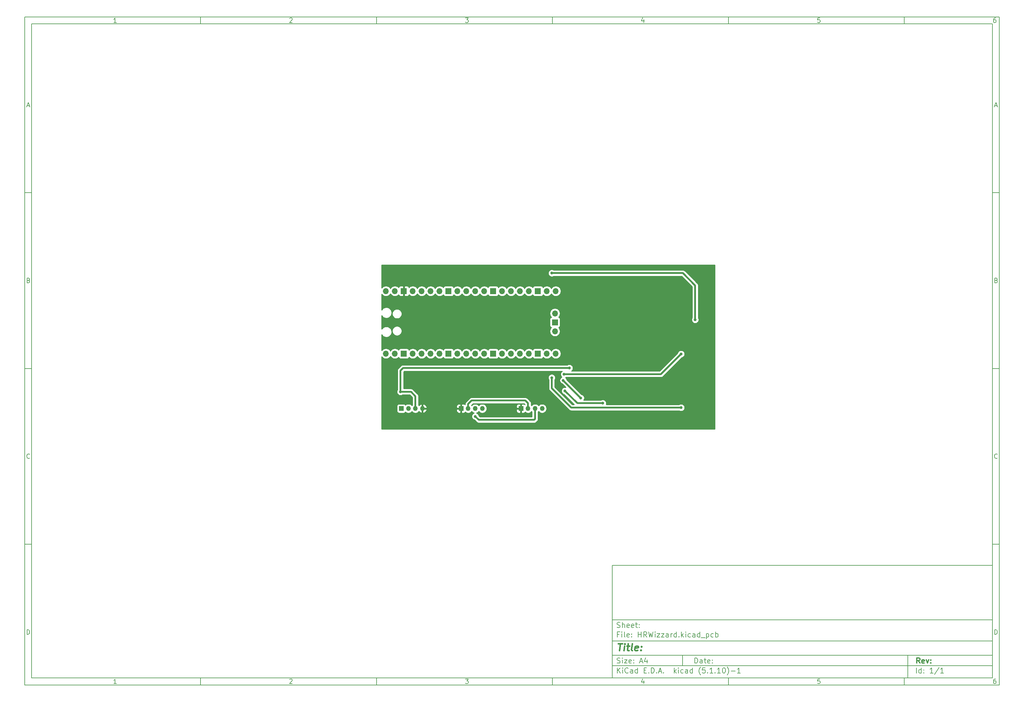
<source format=gbr>
%TF.GenerationSoftware,KiCad,Pcbnew,(5.1.10)-1*%
%TF.CreationDate,2021-11-12T12:38:22+01:00*%
%TF.ProjectId,HRWizzard,48525769-7a7a-4617-9264-2e6b69636164,rev?*%
%TF.SameCoordinates,Original*%
%TF.FileFunction,Copper,L2,Bot*%
%TF.FilePolarity,Positive*%
%FSLAX46Y46*%
G04 Gerber Fmt 4.6, Leading zero omitted, Abs format (unit mm)*
G04 Created by KiCad (PCBNEW (5.1.10)-1) date 2021-11-12 12:38:22*
%MOMM*%
%LPD*%
G01*
G04 APERTURE LIST*
%ADD10C,0.100000*%
%ADD11C,0.150000*%
%ADD12C,0.300000*%
%ADD13C,0.400000*%
%TA.AperFunction,ComponentPad*%
%ADD14O,1.350000X1.350000*%
%TD*%
%TA.AperFunction,ComponentPad*%
%ADD15R,1.350000X1.350000*%
%TD*%
%TA.AperFunction,ComponentPad*%
%ADD16O,1.700000X1.700000*%
%TD*%
%TA.AperFunction,ComponentPad*%
%ADD17R,1.700000X1.700000*%
%TD*%
%TA.AperFunction,ViaPad*%
%ADD18C,0.800000*%
%TD*%
%TA.AperFunction,Conductor*%
%ADD19C,0.500000*%
%TD*%
%TA.AperFunction,Conductor*%
%ADD20C,0.254000*%
%TD*%
%TA.AperFunction,Conductor*%
%ADD21C,0.100000*%
%TD*%
G04 APERTURE END LIST*
D10*
D11*
X177002200Y-166007200D02*
X177002200Y-198007200D01*
X285002200Y-198007200D01*
X285002200Y-166007200D01*
X177002200Y-166007200D01*
D10*
D11*
X10000000Y-10000000D02*
X10000000Y-200007200D01*
X287002200Y-200007200D01*
X287002200Y-10000000D01*
X10000000Y-10000000D01*
D10*
D11*
X12000000Y-12000000D02*
X12000000Y-198007200D01*
X285002200Y-198007200D01*
X285002200Y-12000000D01*
X12000000Y-12000000D01*
D10*
D11*
X60000000Y-12000000D02*
X60000000Y-10000000D01*
D10*
D11*
X110000000Y-12000000D02*
X110000000Y-10000000D01*
D10*
D11*
X160000000Y-12000000D02*
X160000000Y-10000000D01*
D10*
D11*
X210000000Y-12000000D02*
X210000000Y-10000000D01*
D10*
D11*
X260000000Y-12000000D02*
X260000000Y-10000000D01*
D10*
D11*
X36065476Y-11588095D02*
X35322619Y-11588095D01*
X35694047Y-11588095D02*
X35694047Y-10288095D01*
X35570238Y-10473809D01*
X35446428Y-10597619D01*
X35322619Y-10659523D01*
D10*
D11*
X85322619Y-10411904D02*
X85384523Y-10350000D01*
X85508333Y-10288095D01*
X85817857Y-10288095D01*
X85941666Y-10350000D01*
X86003571Y-10411904D01*
X86065476Y-10535714D01*
X86065476Y-10659523D01*
X86003571Y-10845238D01*
X85260714Y-11588095D01*
X86065476Y-11588095D01*
D10*
D11*
X135260714Y-10288095D02*
X136065476Y-10288095D01*
X135632142Y-10783333D01*
X135817857Y-10783333D01*
X135941666Y-10845238D01*
X136003571Y-10907142D01*
X136065476Y-11030952D01*
X136065476Y-11340476D01*
X136003571Y-11464285D01*
X135941666Y-11526190D01*
X135817857Y-11588095D01*
X135446428Y-11588095D01*
X135322619Y-11526190D01*
X135260714Y-11464285D01*
D10*
D11*
X185941666Y-10721428D02*
X185941666Y-11588095D01*
X185632142Y-10226190D02*
X185322619Y-11154761D01*
X186127380Y-11154761D01*
D10*
D11*
X236003571Y-10288095D02*
X235384523Y-10288095D01*
X235322619Y-10907142D01*
X235384523Y-10845238D01*
X235508333Y-10783333D01*
X235817857Y-10783333D01*
X235941666Y-10845238D01*
X236003571Y-10907142D01*
X236065476Y-11030952D01*
X236065476Y-11340476D01*
X236003571Y-11464285D01*
X235941666Y-11526190D01*
X235817857Y-11588095D01*
X235508333Y-11588095D01*
X235384523Y-11526190D01*
X235322619Y-11464285D01*
D10*
D11*
X285941666Y-10288095D02*
X285694047Y-10288095D01*
X285570238Y-10350000D01*
X285508333Y-10411904D01*
X285384523Y-10597619D01*
X285322619Y-10845238D01*
X285322619Y-11340476D01*
X285384523Y-11464285D01*
X285446428Y-11526190D01*
X285570238Y-11588095D01*
X285817857Y-11588095D01*
X285941666Y-11526190D01*
X286003571Y-11464285D01*
X286065476Y-11340476D01*
X286065476Y-11030952D01*
X286003571Y-10907142D01*
X285941666Y-10845238D01*
X285817857Y-10783333D01*
X285570238Y-10783333D01*
X285446428Y-10845238D01*
X285384523Y-10907142D01*
X285322619Y-11030952D01*
D10*
D11*
X60000000Y-198007200D02*
X60000000Y-200007200D01*
D10*
D11*
X110000000Y-198007200D02*
X110000000Y-200007200D01*
D10*
D11*
X160000000Y-198007200D02*
X160000000Y-200007200D01*
D10*
D11*
X210000000Y-198007200D02*
X210000000Y-200007200D01*
D10*
D11*
X260000000Y-198007200D02*
X260000000Y-200007200D01*
D10*
D11*
X36065476Y-199595295D02*
X35322619Y-199595295D01*
X35694047Y-199595295D02*
X35694047Y-198295295D01*
X35570238Y-198481009D01*
X35446428Y-198604819D01*
X35322619Y-198666723D01*
D10*
D11*
X85322619Y-198419104D02*
X85384523Y-198357200D01*
X85508333Y-198295295D01*
X85817857Y-198295295D01*
X85941666Y-198357200D01*
X86003571Y-198419104D01*
X86065476Y-198542914D01*
X86065476Y-198666723D01*
X86003571Y-198852438D01*
X85260714Y-199595295D01*
X86065476Y-199595295D01*
D10*
D11*
X135260714Y-198295295D02*
X136065476Y-198295295D01*
X135632142Y-198790533D01*
X135817857Y-198790533D01*
X135941666Y-198852438D01*
X136003571Y-198914342D01*
X136065476Y-199038152D01*
X136065476Y-199347676D01*
X136003571Y-199471485D01*
X135941666Y-199533390D01*
X135817857Y-199595295D01*
X135446428Y-199595295D01*
X135322619Y-199533390D01*
X135260714Y-199471485D01*
D10*
D11*
X185941666Y-198728628D02*
X185941666Y-199595295D01*
X185632142Y-198233390D02*
X185322619Y-199161961D01*
X186127380Y-199161961D01*
D10*
D11*
X236003571Y-198295295D02*
X235384523Y-198295295D01*
X235322619Y-198914342D01*
X235384523Y-198852438D01*
X235508333Y-198790533D01*
X235817857Y-198790533D01*
X235941666Y-198852438D01*
X236003571Y-198914342D01*
X236065476Y-199038152D01*
X236065476Y-199347676D01*
X236003571Y-199471485D01*
X235941666Y-199533390D01*
X235817857Y-199595295D01*
X235508333Y-199595295D01*
X235384523Y-199533390D01*
X235322619Y-199471485D01*
D10*
D11*
X285941666Y-198295295D02*
X285694047Y-198295295D01*
X285570238Y-198357200D01*
X285508333Y-198419104D01*
X285384523Y-198604819D01*
X285322619Y-198852438D01*
X285322619Y-199347676D01*
X285384523Y-199471485D01*
X285446428Y-199533390D01*
X285570238Y-199595295D01*
X285817857Y-199595295D01*
X285941666Y-199533390D01*
X286003571Y-199471485D01*
X286065476Y-199347676D01*
X286065476Y-199038152D01*
X286003571Y-198914342D01*
X285941666Y-198852438D01*
X285817857Y-198790533D01*
X285570238Y-198790533D01*
X285446428Y-198852438D01*
X285384523Y-198914342D01*
X285322619Y-199038152D01*
D10*
D11*
X10000000Y-60000000D02*
X12000000Y-60000000D01*
D10*
D11*
X10000000Y-110000000D02*
X12000000Y-110000000D01*
D10*
D11*
X10000000Y-160000000D02*
X12000000Y-160000000D01*
D10*
D11*
X10690476Y-35216666D02*
X11309523Y-35216666D01*
X10566666Y-35588095D02*
X11000000Y-34288095D01*
X11433333Y-35588095D01*
D10*
D11*
X11092857Y-84907142D02*
X11278571Y-84969047D01*
X11340476Y-85030952D01*
X11402380Y-85154761D01*
X11402380Y-85340476D01*
X11340476Y-85464285D01*
X11278571Y-85526190D01*
X11154761Y-85588095D01*
X10659523Y-85588095D01*
X10659523Y-84288095D01*
X11092857Y-84288095D01*
X11216666Y-84350000D01*
X11278571Y-84411904D01*
X11340476Y-84535714D01*
X11340476Y-84659523D01*
X11278571Y-84783333D01*
X11216666Y-84845238D01*
X11092857Y-84907142D01*
X10659523Y-84907142D01*
D10*
D11*
X11402380Y-135464285D02*
X11340476Y-135526190D01*
X11154761Y-135588095D01*
X11030952Y-135588095D01*
X10845238Y-135526190D01*
X10721428Y-135402380D01*
X10659523Y-135278571D01*
X10597619Y-135030952D01*
X10597619Y-134845238D01*
X10659523Y-134597619D01*
X10721428Y-134473809D01*
X10845238Y-134350000D01*
X11030952Y-134288095D01*
X11154761Y-134288095D01*
X11340476Y-134350000D01*
X11402380Y-134411904D01*
D10*
D11*
X10659523Y-185588095D02*
X10659523Y-184288095D01*
X10969047Y-184288095D01*
X11154761Y-184350000D01*
X11278571Y-184473809D01*
X11340476Y-184597619D01*
X11402380Y-184845238D01*
X11402380Y-185030952D01*
X11340476Y-185278571D01*
X11278571Y-185402380D01*
X11154761Y-185526190D01*
X10969047Y-185588095D01*
X10659523Y-185588095D01*
D10*
D11*
X287002200Y-60000000D02*
X285002200Y-60000000D01*
D10*
D11*
X287002200Y-110000000D02*
X285002200Y-110000000D01*
D10*
D11*
X287002200Y-160000000D02*
X285002200Y-160000000D01*
D10*
D11*
X285692676Y-35216666D02*
X286311723Y-35216666D01*
X285568866Y-35588095D02*
X286002200Y-34288095D01*
X286435533Y-35588095D01*
D10*
D11*
X286095057Y-84907142D02*
X286280771Y-84969047D01*
X286342676Y-85030952D01*
X286404580Y-85154761D01*
X286404580Y-85340476D01*
X286342676Y-85464285D01*
X286280771Y-85526190D01*
X286156961Y-85588095D01*
X285661723Y-85588095D01*
X285661723Y-84288095D01*
X286095057Y-84288095D01*
X286218866Y-84350000D01*
X286280771Y-84411904D01*
X286342676Y-84535714D01*
X286342676Y-84659523D01*
X286280771Y-84783333D01*
X286218866Y-84845238D01*
X286095057Y-84907142D01*
X285661723Y-84907142D01*
D10*
D11*
X286404580Y-135464285D02*
X286342676Y-135526190D01*
X286156961Y-135588095D01*
X286033152Y-135588095D01*
X285847438Y-135526190D01*
X285723628Y-135402380D01*
X285661723Y-135278571D01*
X285599819Y-135030952D01*
X285599819Y-134845238D01*
X285661723Y-134597619D01*
X285723628Y-134473809D01*
X285847438Y-134350000D01*
X286033152Y-134288095D01*
X286156961Y-134288095D01*
X286342676Y-134350000D01*
X286404580Y-134411904D01*
D10*
D11*
X285661723Y-185588095D02*
X285661723Y-184288095D01*
X285971247Y-184288095D01*
X286156961Y-184350000D01*
X286280771Y-184473809D01*
X286342676Y-184597619D01*
X286404580Y-184845238D01*
X286404580Y-185030952D01*
X286342676Y-185278571D01*
X286280771Y-185402380D01*
X286156961Y-185526190D01*
X285971247Y-185588095D01*
X285661723Y-185588095D01*
D10*
D11*
X200434342Y-193785771D02*
X200434342Y-192285771D01*
X200791485Y-192285771D01*
X201005771Y-192357200D01*
X201148628Y-192500057D01*
X201220057Y-192642914D01*
X201291485Y-192928628D01*
X201291485Y-193142914D01*
X201220057Y-193428628D01*
X201148628Y-193571485D01*
X201005771Y-193714342D01*
X200791485Y-193785771D01*
X200434342Y-193785771D01*
X202577200Y-193785771D02*
X202577200Y-193000057D01*
X202505771Y-192857200D01*
X202362914Y-192785771D01*
X202077200Y-192785771D01*
X201934342Y-192857200D01*
X202577200Y-193714342D02*
X202434342Y-193785771D01*
X202077200Y-193785771D01*
X201934342Y-193714342D01*
X201862914Y-193571485D01*
X201862914Y-193428628D01*
X201934342Y-193285771D01*
X202077200Y-193214342D01*
X202434342Y-193214342D01*
X202577200Y-193142914D01*
X203077200Y-192785771D02*
X203648628Y-192785771D01*
X203291485Y-192285771D02*
X203291485Y-193571485D01*
X203362914Y-193714342D01*
X203505771Y-193785771D01*
X203648628Y-193785771D01*
X204720057Y-193714342D02*
X204577200Y-193785771D01*
X204291485Y-193785771D01*
X204148628Y-193714342D01*
X204077200Y-193571485D01*
X204077200Y-193000057D01*
X204148628Y-192857200D01*
X204291485Y-192785771D01*
X204577200Y-192785771D01*
X204720057Y-192857200D01*
X204791485Y-193000057D01*
X204791485Y-193142914D01*
X204077200Y-193285771D01*
X205434342Y-193642914D02*
X205505771Y-193714342D01*
X205434342Y-193785771D01*
X205362914Y-193714342D01*
X205434342Y-193642914D01*
X205434342Y-193785771D01*
X205434342Y-192857200D02*
X205505771Y-192928628D01*
X205434342Y-193000057D01*
X205362914Y-192928628D01*
X205434342Y-192857200D01*
X205434342Y-193000057D01*
D10*
D11*
X177002200Y-194507200D02*
X285002200Y-194507200D01*
D10*
D11*
X178434342Y-196585771D02*
X178434342Y-195085771D01*
X179291485Y-196585771D02*
X178648628Y-195728628D01*
X179291485Y-195085771D02*
X178434342Y-195942914D01*
X179934342Y-196585771D02*
X179934342Y-195585771D01*
X179934342Y-195085771D02*
X179862914Y-195157200D01*
X179934342Y-195228628D01*
X180005771Y-195157200D01*
X179934342Y-195085771D01*
X179934342Y-195228628D01*
X181505771Y-196442914D02*
X181434342Y-196514342D01*
X181220057Y-196585771D01*
X181077200Y-196585771D01*
X180862914Y-196514342D01*
X180720057Y-196371485D01*
X180648628Y-196228628D01*
X180577200Y-195942914D01*
X180577200Y-195728628D01*
X180648628Y-195442914D01*
X180720057Y-195300057D01*
X180862914Y-195157200D01*
X181077200Y-195085771D01*
X181220057Y-195085771D01*
X181434342Y-195157200D01*
X181505771Y-195228628D01*
X182791485Y-196585771D02*
X182791485Y-195800057D01*
X182720057Y-195657200D01*
X182577200Y-195585771D01*
X182291485Y-195585771D01*
X182148628Y-195657200D01*
X182791485Y-196514342D02*
X182648628Y-196585771D01*
X182291485Y-196585771D01*
X182148628Y-196514342D01*
X182077200Y-196371485D01*
X182077200Y-196228628D01*
X182148628Y-196085771D01*
X182291485Y-196014342D01*
X182648628Y-196014342D01*
X182791485Y-195942914D01*
X184148628Y-196585771D02*
X184148628Y-195085771D01*
X184148628Y-196514342D02*
X184005771Y-196585771D01*
X183720057Y-196585771D01*
X183577200Y-196514342D01*
X183505771Y-196442914D01*
X183434342Y-196300057D01*
X183434342Y-195871485D01*
X183505771Y-195728628D01*
X183577200Y-195657200D01*
X183720057Y-195585771D01*
X184005771Y-195585771D01*
X184148628Y-195657200D01*
X186005771Y-195800057D02*
X186505771Y-195800057D01*
X186720057Y-196585771D02*
X186005771Y-196585771D01*
X186005771Y-195085771D01*
X186720057Y-195085771D01*
X187362914Y-196442914D02*
X187434342Y-196514342D01*
X187362914Y-196585771D01*
X187291485Y-196514342D01*
X187362914Y-196442914D01*
X187362914Y-196585771D01*
X188077200Y-196585771D02*
X188077200Y-195085771D01*
X188434342Y-195085771D01*
X188648628Y-195157200D01*
X188791485Y-195300057D01*
X188862914Y-195442914D01*
X188934342Y-195728628D01*
X188934342Y-195942914D01*
X188862914Y-196228628D01*
X188791485Y-196371485D01*
X188648628Y-196514342D01*
X188434342Y-196585771D01*
X188077200Y-196585771D01*
X189577200Y-196442914D02*
X189648628Y-196514342D01*
X189577200Y-196585771D01*
X189505771Y-196514342D01*
X189577200Y-196442914D01*
X189577200Y-196585771D01*
X190220057Y-196157200D02*
X190934342Y-196157200D01*
X190077200Y-196585771D02*
X190577200Y-195085771D01*
X191077200Y-196585771D01*
X191577200Y-196442914D02*
X191648628Y-196514342D01*
X191577200Y-196585771D01*
X191505771Y-196514342D01*
X191577200Y-196442914D01*
X191577200Y-196585771D01*
X194577200Y-196585771D02*
X194577200Y-195085771D01*
X194720057Y-196014342D02*
X195148628Y-196585771D01*
X195148628Y-195585771D02*
X194577200Y-196157200D01*
X195791485Y-196585771D02*
X195791485Y-195585771D01*
X195791485Y-195085771D02*
X195720057Y-195157200D01*
X195791485Y-195228628D01*
X195862914Y-195157200D01*
X195791485Y-195085771D01*
X195791485Y-195228628D01*
X197148628Y-196514342D02*
X197005771Y-196585771D01*
X196720057Y-196585771D01*
X196577200Y-196514342D01*
X196505771Y-196442914D01*
X196434342Y-196300057D01*
X196434342Y-195871485D01*
X196505771Y-195728628D01*
X196577200Y-195657200D01*
X196720057Y-195585771D01*
X197005771Y-195585771D01*
X197148628Y-195657200D01*
X198434342Y-196585771D02*
X198434342Y-195800057D01*
X198362914Y-195657200D01*
X198220057Y-195585771D01*
X197934342Y-195585771D01*
X197791485Y-195657200D01*
X198434342Y-196514342D02*
X198291485Y-196585771D01*
X197934342Y-196585771D01*
X197791485Y-196514342D01*
X197720057Y-196371485D01*
X197720057Y-196228628D01*
X197791485Y-196085771D01*
X197934342Y-196014342D01*
X198291485Y-196014342D01*
X198434342Y-195942914D01*
X199791485Y-196585771D02*
X199791485Y-195085771D01*
X199791485Y-196514342D02*
X199648628Y-196585771D01*
X199362914Y-196585771D01*
X199220057Y-196514342D01*
X199148628Y-196442914D01*
X199077200Y-196300057D01*
X199077200Y-195871485D01*
X199148628Y-195728628D01*
X199220057Y-195657200D01*
X199362914Y-195585771D01*
X199648628Y-195585771D01*
X199791485Y-195657200D01*
X202077200Y-197157200D02*
X202005771Y-197085771D01*
X201862914Y-196871485D01*
X201791485Y-196728628D01*
X201720057Y-196514342D01*
X201648628Y-196157200D01*
X201648628Y-195871485D01*
X201720057Y-195514342D01*
X201791485Y-195300057D01*
X201862914Y-195157200D01*
X202005771Y-194942914D01*
X202077200Y-194871485D01*
X203362914Y-195085771D02*
X202648628Y-195085771D01*
X202577200Y-195800057D01*
X202648628Y-195728628D01*
X202791485Y-195657200D01*
X203148628Y-195657200D01*
X203291485Y-195728628D01*
X203362914Y-195800057D01*
X203434342Y-195942914D01*
X203434342Y-196300057D01*
X203362914Y-196442914D01*
X203291485Y-196514342D01*
X203148628Y-196585771D01*
X202791485Y-196585771D01*
X202648628Y-196514342D01*
X202577200Y-196442914D01*
X204077200Y-196442914D02*
X204148628Y-196514342D01*
X204077200Y-196585771D01*
X204005771Y-196514342D01*
X204077200Y-196442914D01*
X204077200Y-196585771D01*
X205577200Y-196585771D02*
X204720057Y-196585771D01*
X205148628Y-196585771D02*
X205148628Y-195085771D01*
X205005771Y-195300057D01*
X204862914Y-195442914D01*
X204720057Y-195514342D01*
X206220057Y-196442914D02*
X206291485Y-196514342D01*
X206220057Y-196585771D01*
X206148628Y-196514342D01*
X206220057Y-196442914D01*
X206220057Y-196585771D01*
X207720057Y-196585771D02*
X206862914Y-196585771D01*
X207291485Y-196585771D02*
X207291485Y-195085771D01*
X207148628Y-195300057D01*
X207005771Y-195442914D01*
X206862914Y-195514342D01*
X208648628Y-195085771D02*
X208791485Y-195085771D01*
X208934342Y-195157200D01*
X209005771Y-195228628D01*
X209077200Y-195371485D01*
X209148628Y-195657200D01*
X209148628Y-196014342D01*
X209077200Y-196300057D01*
X209005771Y-196442914D01*
X208934342Y-196514342D01*
X208791485Y-196585771D01*
X208648628Y-196585771D01*
X208505771Y-196514342D01*
X208434342Y-196442914D01*
X208362914Y-196300057D01*
X208291485Y-196014342D01*
X208291485Y-195657200D01*
X208362914Y-195371485D01*
X208434342Y-195228628D01*
X208505771Y-195157200D01*
X208648628Y-195085771D01*
X209648628Y-197157200D02*
X209720057Y-197085771D01*
X209862914Y-196871485D01*
X209934342Y-196728628D01*
X210005771Y-196514342D01*
X210077200Y-196157200D01*
X210077200Y-195871485D01*
X210005771Y-195514342D01*
X209934342Y-195300057D01*
X209862914Y-195157200D01*
X209720057Y-194942914D01*
X209648628Y-194871485D01*
X210791485Y-196014342D02*
X211934342Y-196014342D01*
X213434342Y-196585771D02*
X212577200Y-196585771D01*
X213005771Y-196585771D02*
X213005771Y-195085771D01*
X212862914Y-195300057D01*
X212720057Y-195442914D01*
X212577200Y-195514342D01*
D10*
D11*
X177002200Y-191507200D02*
X285002200Y-191507200D01*
D10*
D12*
X264411485Y-193785771D02*
X263911485Y-193071485D01*
X263554342Y-193785771D02*
X263554342Y-192285771D01*
X264125771Y-192285771D01*
X264268628Y-192357200D01*
X264340057Y-192428628D01*
X264411485Y-192571485D01*
X264411485Y-192785771D01*
X264340057Y-192928628D01*
X264268628Y-193000057D01*
X264125771Y-193071485D01*
X263554342Y-193071485D01*
X265625771Y-193714342D02*
X265482914Y-193785771D01*
X265197200Y-193785771D01*
X265054342Y-193714342D01*
X264982914Y-193571485D01*
X264982914Y-193000057D01*
X265054342Y-192857200D01*
X265197200Y-192785771D01*
X265482914Y-192785771D01*
X265625771Y-192857200D01*
X265697200Y-193000057D01*
X265697200Y-193142914D01*
X264982914Y-193285771D01*
X266197200Y-192785771D02*
X266554342Y-193785771D01*
X266911485Y-192785771D01*
X267482914Y-193642914D02*
X267554342Y-193714342D01*
X267482914Y-193785771D01*
X267411485Y-193714342D01*
X267482914Y-193642914D01*
X267482914Y-193785771D01*
X267482914Y-192857200D02*
X267554342Y-192928628D01*
X267482914Y-193000057D01*
X267411485Y-192928628D01*
X267482914Y-192857200D01*
X267482914Y-193000057D01*
D10*
D11*
X178362914Y-193714342D02*
X178577200Y-193785771D01*
X178934342Y-193785771D01*
X179077200Y-193714342D01*
X179148628Y-193642914D01*
X179220057Y-193500057D01*
X179220057Y-193357200D01*
X179148628Y-193214342D01*
X179077200Y-193142914D01*
X178934342Y-193071485D01*
X178648628Y-193000057D01*
X178505771Y-192928628D01*
X178434342Y-192857200D01*
X178362914Y-192714342D01*
X178362914Y-192571485D01*
X178434342Y-192428628D01*
X178505771Y-192357200D01*
X178648628Y-192285771D01*
X179005771Y-192285771D01*
X179220057Y-192357200D01*
X179862914Y-193785771D02*
X179862914Y-192785771D01*
X179862914Y-192285771D02*
X179791485Y-192357200D01*
X179862914Y-192428628D01*
X179934342Y-192357200D01*
X179862914Y-192285771D01*
X179862914Y-192428628D01*
X180434342Y-192785771D02*
X181220057Y-192785771D01*
X180434342Y-193785771D01*
X181220057Y-193785771D01*
X182362914Y-193714342D02*
X182220057Y-193785771D01*
X181934342Y-193785771D01*
X181791485Y-193714342D01*
X181720057Y-193571485D01*
X181720057Y-193000057D01*
X181791485Y-192857200D01*
X181934342Y-192785771D01*
X182220057Y-192785771D01*
X182362914Y-192857200D01*
X182434342Y-193000057D01*
X182434342Y-193142914D01*
X181720057Y-193285771D01*
X183077200Y-193642914D02*
X183148628Y-193714342D01*
X183077200Y-193785771D01*
X183005771Y-193714342D01*
X183077200Y-193642914D01*
X183077200Y-193785771D01*
X183077200Y-192857200D02*
X183148628Y-192928628D01*
X183077200Y-193000057D01*
X183005771Y-192928628D01*
X183077200Y-192857200D01*
X183077200Y-193000057D01*
X184862914Y-193357200D02*
X185577200Y-193357200D01*
X184720057Y-193785771D02*
X185220057Y-192285771D01*
X185720057Y-193785771D01*
X186862914Y-192785771D02*
X186862914Y-193785771D01*
X186505771Y-192214342D02*
X186148628Y-193285771D01*
X187077200Y-193285771D01*
D10*
D11*
X263434342Y-196585771D02*
X263434342Y-195085771D01*
X264791485Y-196585771D02*
X264791485Y-195085771D01*
X264791485Y-196514342D02*
X264648628Y-196585771D01*
X264362914Y-196585771D01*
X264220057Y-196514342D01*
X264148628Y-196442914D01*
X264077200Y-196300057D01*
X264077200Y-195871485D01*
X264148628Y-195728628D01*
X264220057Y-195657200D01*
X264362914Y-195585771D01*
X264648628Y-195585771D01*
X264791485Y-195657200D01*
X265505771Y-196442914D02*
X265577200Y-196514342D01*
X265505771Y-196585771D01*
X265434342Y-196514342D01*
X265505771Y-196442914D01*
X265505771Y-196585771D01*
X265505771Y-195657200D02*
X265577200Y-195728628D01*
X265505771Y-195800057D01*
X265434342Y-195728628D01*
X265505771Y-195657200D01*
X265505771Y-195800057D01*
X268148628Y-196585771D02*
X267291485Y-196585771D01*
X267720057Y-196585771D02*
X267720057Y-195085771D01*
X267577200Y-195300057D01*
X267434342Y-195442914D01*
X267291485Y-195514342D01*
X269862914Y-195014342D02*
X268577200Y-196942914D01*
X271148628Y-196585771D02*
X270291485Y-196585771D01*
X270720057Y-196585771D02*
X270720057Y-195085771D01*
X270577200Y-195300057D01*
X270434342Y-195442914D01*
X270291485Y-195514342D01*
D10*
D11*
X177002200Y-187507200D02*
X285002200Y-187507200D01*
D10*
D13*
X178714580Y-188211961D02*
X179857438Y-188211961D01*
X179036009Y-190211961D02*
X179286009Y-188211961D01*
X180274104Y-190211961D02*
X180440771Y-188878628D01*
X180524104Y-188211961D02*
X180416961Y-188307200D01*
X180500295Y-188402438D01*
X180607438Y-188307200D01*
X180524104Y-188211961D01*
X180500295Y-188402438D01*
X181107438Y-188878628D02*
X181869342Y-188878628D01*
X181476485Y-188211961D02*
X181262200Y-189926247D01*
X181333628Y-190116723D01*
X181512200Y-190211961D01*
X181702676Y-190211961D01*
X182655057Y-190211961D02*
X182476485Y-190116723D01*
X182405057Y-189926247D01*
X182619342Y-188211961D01*
X184190771Y-190116723D02*
X183988390Y-190211961D01*
X183607438Y-190211961D01*
X183428866Y-190116723D01*
X183357438Y-189926247D01*
X183452676Y-189164342D01*
X183571723Y-188973866D01*
X183774104Y-188878628D01*
X184155057Y-188878628D01*
X184333628Y-188973866D01*
X184405057Y-189164342D01*
X184381247Y-189354819D01*
X183405057Y-189545295D01*
X185155057Y-190021485D02*
X185238390Y-190116723D01*
X185131247Y-190211961D01*
X185047914Y-190116723D01*
X185155057Y-190021485D01*
X185131247Y-190211961D01*
X185286009Y-188973866D02*
X185369342Y-189069104D01*
X185262200Y-189164342D01*
X185178866Y-189069104D01*
X185286009Y-188973866D01*
X185262200Y-189164342D01*
D10*
D11*
X178934342Y-185600057D02*
X178434342Y-185600057D01*
X178434342Y-186385771D02*
X178434342Y-184885771D01*
X179148628Y-184885771D01*
X179720057Y-186385771D02*
X179720057Y-185385771D01*
X179720057Y-184885771D02*
X179648628Y-184957200D01*
X179720057Y-185028628D01*
X179791485Y-184957200D01*
X179720057Y-184885771D01*
X179720057Y-185028628D01*
X180648628Y-186385771D02*
X180505771Y-186314342D01*
X180434342Y-186171485D01*
X180434342Y-184885771D01*
X181791485Y-186314342D02*
X181648628Y-186385771D01*
X181362914Y-186385771D01*
X181220057Y-186314342D01*
X181148628Y-186171485D01*
X181148628Y-185600057D01*
X181220057Y-185457200D01*
X181362914Y-185385771D01*
X181648628Y-185385771D01*
X181791485Y-185457200D01*
X181862914Y-185600057D01*
X181862914Y-185742914D01*
X181148628Y-185885771D01*
X182505771Y-186242914D02*
X182577200Y-186314342D01*
X182505771Y-186385771D01*
X182434342Y-186314342D01*
X182505771Y-186242914D01*
X182505771Y-186385771D01*
X182505771Y-185457200D02*
X182577200Y-185528628D01*
X182505771Y-185600057D01*
X182434342Y-185528628D01*
X182505771Y-185457200D01*
X182505771Y-185600057D01*
X184362914Y-186385771D02*
X184362914Y-184885771D01*
X184362914Y-185600057D02*
X185220057Y-185600057D01*
X185220057Y-186385771D02*
X185220057Y-184885771D01*
X186791485Y-186385771D02*
X186291485Y-185671485D01*
X185934342Y-186385771D02*
X185934342Y-184885771D01*
X186505771Y-184885771D01*
X186648628Y-184957200D01*
X186720057Y-185028628D01*
X186791485Y-185171485D01*
X186791485Y-185385771D01*
X186720057Y-185528628D01*
X186648628Y-185600057D01*
X186505771Y-185671485D01*
X185934342Y-185671485D01*
X187291485Y-184885771D02*
X187648628Y-186385771D01*
X187934342Y-185314342D01*
X188220057Y-186385771D01*
X188577200Y-184885771D01*
X189148628Y-186385771D02*
X189148628Y-185385771D01*
X189148628Y-184885771D02*
X189077200Y-184957200D01*
X189148628Y-185028628D01*
X189220057Y-184957200D01*
X189148628Y-184885771D01*
X189148628Y-185028628D01*
X189720057Y-185385771D02*
X190505771Y-185385771D01*
X189720057Y-186385771D01*
X190505771Y-186385771D01*
X190934342Y-185385771D02*
X191720057Y-185385771D01*
X190934342Y-186385771D01*
X191720057Y-186385771D01*
X192934342Y-186385771D02*
X192934342Y-185600057D01*
X192862914Y-185457200D01*
X192720057Y-185385771D01*
X192434342Y-185385771D01*
X192291485Y-185457200D01*
X192934342Y-186314342D02*
X192791485Y-186385771D01*
X192434342Y-186385771D01*
X192291485Y-186314342D01*
X192220057Y-186171485D01*
X192220057Y-186028628D01*
X192291485Y-185885771D01*
X192434342Y-185814342D01*
X192791485Y-185814342D01*
X192934342Y-185742914D01*
X193648628Y-186385771D02*
X193648628Y-185385771D01*
X193648628Y-185671485D02*
X193720057Y-185528628D01*
X193791485Y-185457200D01*
X193934342Y-185385771D01*
X194077200Y-185385771D01*
X195220057Y-186385771D02*
X195220057Y-184885771D01*
X195220057Y-186314342D02*
X195077200Y-186385771D01*
X194791485Y-186385771D01*
X194648628Y-186314342D01*
X194577200Y-186242914D01*
X194505771Y-186100057D01*
X194505771Y-185671485D01*
X194577200Y-185528628D01*
X194648628Y-185457200D01*
X194791485Y-185385771D01*
X195077200Y-185385771D01*
X195220057Y-185457200D01*
X195934342Y-186242914D02*
X196005771Y-186314342D01*
X195934342Y-186385771D01*
X195862914Y-186314342D01*
X195934342Y-186242914D01*
X195934342Y-186385771D01*
X196648628Y-186385771D02*
X196648628Y-184885771D01*
X196791485Y-185814342D02*
X197220057Y-186385771D01*
X197220057Y-185385771D02*
X196648628Y-185957200D01*
X197862914Y-186385771D02*
X197862914Y-185385771D01*
X197862914Y-184885771D02*
X197791485Y-184957200D01*
X197862914Y-185028628D01*
X197934342Y-184957200D01*
X197862914Y-184885771D01*
X197862914Y-185028628D01*
X199220057Y-186314342D02*
X199077200Y-186385771D01*
X198791485Y-186385771D01*
X198648628Y-186314342D01*
X198577200Y-186242914D01*
X198505771Y-186100057D01*
X198505771Y-185671485D01*
X198577200Y-185528628D01*
X198648628Y-185457200D01*
X198791485Y-185385771D01*
X199077200Y-185385771D01*
X199220057Y-185457200D01*
X200505771Y-186385771D02*
X200505771Y-185600057D01*
X200434342Y-185457200D01*
X200291485Y-185385771D01*
X200005771Y-185385771D01*
X199862914Y-185457200D01*
X200505771Y-186314342D02*
X200362914Y-186385771D01*
X200005771Y-186385771D01*
X199862914Y-186314342D01*
X199791485Y-186171485D01*
X199791485Y-186028628D01*
X199862914Y-185885771D01*
X200005771Y-185814342D01*
X200362914Y-185814342D01*
X200505771Y-185742914D01*
X201862914Y-186385771D02*
X201862914Y-184885771D01*
X201862914Y-186314342D02*
X201720057Y-186385771D01*
X201434342Y-186385771D01*
X201291485Y-186314342D01*
X201220057Y-186242914D01*
X201148628Y-186100057D01*
X201148628Y-185671485D01*
X201220057Y-185528628D01*
X201291485Y-185457200D01*
X201434342Y-185385771D01*
X201720057Y-185385771D01*
X201862914Y-185457200D01*
X202220057Y-186528628D02*
X203362914Y-186528628D01*
X203720057Y-185385771D02*
X203720057Y-186885771D01*
X203720057Y-185457200D02*
X203862914Y-185385771D01*
X204148628Y-185385771D01*
X204291485Y-185457200D01*
X204362914Y-185528628D01*
X204434342Y-185671485D01*
X204434342Y-186100057D01*
X204362914Y-186242914D01*
X204291485Y-186314342D01*
X204148628Y-186385771D01*
X203862914Y-186385771D01*
X203720057Y-186314342D01*
X205720057Y-186314342D02*
X205577200Y-186385771D01*
X205291485Y-186385771D01*
X205148628Y-186314342D01*
X205077200Y-186242914D01*
X205005771Y-186100057D01*
X205005771Y-185671485D01*
X205077200Y-185528628D01*
X205148628Y-185457200D01*
X205291485Y-185385771D01*
X205577200Y-185385771D01*
X205720057Y-185457200D01*
X206362914Y-186385771D02*
X206362914Y-184885771D01*
X206362914Y-185457200D02*
X206505771Y-185385771D01*
X206791485Y-185385771D01*
X206934342Y-185457200D01*
X207005771Y-185528628D01*
X207077200Y-185671485D01*
X207077200Y-186100057D01*
X207005771Y-186242914D01*
X206934342Y-186314342D01*
X206791485Y-186385771D01*
X206505771Y-186385771D01*
X206362914Y-186314342D01*
D10*
D11*
X177002200Y-181507200D02*
X285002200Y-181507200D01*
D10*
D11*
X178362914Y-183614342D02*
X178577200Y-183685771D01*
X178934342Y-183685771D01*
X179077200Y-183614342D01*
X179148628Y-183542914D01*
X179220057Y-183400057D01*
X179220057Y-183257200D01*
X179148628Y-183114342D01*
X179077200Y-183042914D01*
X178934342Y-182971485D01*
X178648628Y-182900057D01*
X178505771Y-182828628D01*
X178434342Y-182757200D01*
X178362914Y-182614342D01*
X178362914Y-182471485D01*
X178434342Y-182328628D01*
X178505771Y-182257200D01*
X178648628Y-182185771D01*
X179005771Y-182185771D01*
X179220057Y-182257200D01*
X179862914Y-183685771D02*
X179862914Y-182185771D01*
X180505771Y-183685771D02*
X180505771Y-182900057D01*
X180434342Y-182757200D01*
X180291485Y-182685771D01*
X180077200Y-182685771D01*
X179934342Y-182757200D01*
X179862914Y-182828628D01*
X181791485Y-183614342D02*
X181648628Y-183685771D01*
X181362914Y-183685771D01*
X181220057Y-183614342D01*
X181148628Y-183471485D01*
X181148628Y-182900057D01*
X181220057Y-182757200D01*
X181362914Y-182685771D01*
X181648628Y-182685771D01*
X181791485Y-182757200D01*
X181862914Y-182900057D01*
X181862914Y-183042914D01*
X181148628Y-183185771D01*
X183077200Y-183614342D02*
X182934342Y-183685771D01*
X182648628Y-183685771D01*
X182505771Y-183614342D01*
X182434342Y-183471485D01*
X182434342Y-182900057D01*
X182505771Y-182757200D01*
X182648628Y-182685771D01*
X182934342Y-182685771D01*
X183077200Y-182757200D01*
X183148628Y-182900057D01*
X183148628Y-183042914D01*
X182434342Y-183185771D01*
X183577200Y-182685771D02*
X184148628Y-182685771D01*
X183791485Y-182185771D02*
X183791485Y-183471485D01*
X183862914Y-183614342D01*
X184005771Y-183685771D01*
X184148628Y-183685771D01*
X184648628Y-183542914D02*
X184720057Y-183614342D01*
X184648628Y-183685771D01*
X184577200Y-183614342D01*
X184648628Y-183542914D01*
X184648628Y-183685771D01*
X184648628Y-182757200D02*
X184720057Y-182828628D01*
X184648628Y-182900057D01*
X184577200Y-182828628D01*
X184648628Y-182757200D01*
X184648628Y-182900057D01*
D10*
D11*
X197002200Y-191507200D02*
X197002200Y-194507200D01*
D10*
D11*
X261002200Y-191507200D02*
X261002200Y-198007200D01*
D14*
%TO.P,J4,4*%
%TO.N,SCL*%
X157047000Y-121358000D03*
%TO.P,J4,3*%
%TO.N,SDA*%
X155047000Y-121358000D03*
%TO.P,J4,2*%
%TO.N,+3V3*%
X153047000Y-121358000D03*
D15*
%TO.P,J4,1*%
%TO.N,GND*%
X151047000Y-121358000D03*
%TD*%
D14*
%TO.P,J3,4*%
%TO.N,SCL*%
X140047000Y-121358000D03*
%TO.P,J3,3*%
%TO.N,SDA*%
X138047000Y-121358000D03*
%TO.P,J3,2*%
%TO.N,+3V3*%
X136047000Y-121358000D03*
D15*
%TO.P,J3,1*%
%TO.N,GND*%
X134047000Y-121358000D03*
%TD*%
D14*
%TO.P,J1,4*%
%TO.N,GND*%
X123047000Y-121358000D03*
%TO.P,J1,3*%
%TO.N,+5V*%
X121047000Y-121358000D03*
%TO.P,J1,2*%
%TO.N,NEOPIXEL_OUT*%
X119047000Y-121358000D03*
D15*
%TO.P,J1,1*%
%TO.N,N/C*%
X117047000Y-121358000D03*
%TD*%
D16*
%TO.P,U1,43*%
%TO.N,Net-(U1-Pad43)*%
X160697000Y-94318000D03*
D17*
%TO.P,U1,42*%
%TO.N,Net-(U1-Pad42)*%
X160697000Y-96858000D03*
D16*
%TO.P,U1,41*%
%TO.N,Net-(U1-Pad41)*%
X160697000Y-99398000D03*
%TO.P,U1,40*%
%TO.N,+5V*%
X112667000Y-87968000D03*
%TO.P,U1,39*%
%TO.N,Net-(U1-Pad39)*%
X115207000Y-87968000D03*
D17*
%TO.P,U1,38*%
%TO.N,GND*%
X117747000Y-87968000D03*
D16*
%TO.P,U1,37*%
%TO.N,Net-(U1-Pad37)*%
X120287000Y-87968000D03*
%TO.P,U1,36*%
%TO.N,+3V3*%
X122827000Y-87968000D03*
%TO.P,U1,35*%
%TO.N,Net-(U1-Pad35)*%
X125367000Y-87968000D03*
%TO.P,U1,34*%
%TO.N,Net-(U1-Pad34)*%
X127907000Y-87968000D03*
D17*
%TO.P,U1,33*%
%TO.N,Net-(U1-Pad33)*%
X130447000Y-87968000D03*
D16*
%TO.P,U1,32*%
%TO.N,Net-(U1-Pad32)*%
X132987000Y-87968000D03*
%TO.P,U1,31*%
%TO.N,Net-(U1-Pad31)*%
X135527000Y-87968000D03*
%TO.P,U1,30*%
%TO.N,Net-(SW3-Pad1)*%
X138067000Y-87968000D03*
%TO.P,U1,29*%
%TO.N,Net-(U1-Pad29)*%
X140607000Y-87968000D03*
D17*
%TO.P,U1,28*%
%TO.N,Net-(U1-Pad28)*%
X143147000Y-87968000D03*
D16*
%TO.P,U1,27*%
%TO.N,Net-(U1-Pad27)*%
X145687000Y-87968000D03*
%TO.P,U1,26*%
%TO.N,Net-(U1-Pad26)*%
X148227000Y-87968000D03*
%TO.P,U1,25*%
%TO.N,Net-(U1-Pad25)*%
X150767000Y-87968000D03*
%TO.P,U1,24*%
%TO.N,Net-(U1-Pad24)*%
X153307000Y-87968000D03*
D17*
%TO.P,U1,23*%
%TO.N,Net-(U1-Pad23)*%
X155847000Y-87968000D03*
D16*
%TO.P,U1,22*%
%TO.N,Button_A*%
X158387000Y-87968000D03*
%TO.P,U1,21*%
%TO.N,Button_B*%
X160927000Y-87968000D03*
%TO.P,U1,20*%
%TO.N,Button_RIGHT*%
X160927000Y-105748000D03*
%TO.P,U1,19*%
%TO.N,Button_LEFT*%
X158387000Y-105748000D03*
D17*
%TO.P,U1,18*%
%TO.N,Net-(U1-Pad18)*%
X155847000Y-105748000D03*
D16*
%TO.P,U1,17*%
%TO.N,Button_DOWN*%
X153307000Y-105748000D03*
%TO.P,U1,16*%
%TO.N,Button_UP*%
X150767000Y-105748000D03*
%TO.P,U1,15*%
%TO.N,Net-(U1-Pad15)*%
X148227000Y-105748000D03*
%TO.P,U1,14*%
%TO.N,Net-(U1-Pad14)*%
X145687000Y-105748000D03*
D17*
%TO.P,U1,13*%
%TO.N,Net-(U1-Pad13)*%
X143147000Y-105748000D03*
D16*
%TO.P,U1,12*%
%TO.N,SCL*%
X140607000Y-105748000D03*
%TO.P,U1,11*%
%TO.N,SDA*%
X138067000Y-105748000D03*
%TO.P,U1,10*%
%TO.N,Net-(U1-Pad10)*%
X135527000Y-105748000D03*
%TO.P,U1,9*%
%TO.N,NEOPIXEL_OUT*%
X132987000Y-105748000D03*
D17*
%TO.P,U1,8*%
%TO.N,Net-(U1-Pad8)*%
X130447000Y-105748000D03*
D16*
%TO.P,U1,7*%
%TO.N,Net-(U1-Pad7)*%
X127907000Y-105748000D03*
%TO.P,U1,6*%
%TO.N,Net-(U1-Pad6)*%
X125367000Y-105748000D03*
%TO.P,U1,5*%
%TO.N,Net-(U1-Pad5)*%
X122827000Y-105748000D03*
%TO.P,U1,4*%
%TO.N,Net-(U1-Pad4)*%
X120287000Y-105748000D03*
D17*
%TO.P,U1,3*%
%TO.N,Net-(U1-Pad3)*%
X117747000Y-105748000D03*
D16*
%TO.P,U1,2*%
%TO.N,TX*%
X115207000Y-105748000D03*
%TO.P,U1,1*%
%TO.N,RX*%
X112667000Y-105748000D03*
%TD*%
D18*
%TO.N,GND*%
X112797000Y-118858000D03*
X113797000Y-82858000D03*
X168797000Y-124858000D03*
X203797000Y-124858000D03*
X201797000Y-83858000D03*
X168797000Y-84858000D03*
X149297000Y-116358000D03*
X161797000Y-114858000D03*
X121797000Y-95358000D03*
X192797000Y-98858000D03*
%TO.N,+5V*%
X164797000Y-109858000D03*
X116797000Y-116608000D03*
%TO.N,SDA*%
X138047000Y-123608000D03*
%TO.N,Button_A*%
X159797000Y-82858000D03*
X200547000Y-96108000D03*
%TO.N,Button_UP*%
X163547000Y-116358000D03*
X174297000Y-119858000D03*
%TO.N,Button_LEFT*%
X163047000Y-113358000D03*
X168047000Y-118358000D03*
%TO.N,Button_RIGHT*%
X163297000Y-111608000D03*
X196547000Y-105858000D03*
%TO.N,Button_DOWN*%
X159797000Y-112608000D03*
X196547000Y-121108000D03*
%TD*%
D19*
%TO.N,+3V3*%
X136047000Y-121358000D02*
X136047000Y-120108000D01*
X136047000Y-120108000D02*
X137047000Y-119108000D01*
X137047000Y-119108000D02*
X152297000Y-119108000D01*
X153047000Y-119858000D02*
X153047000Y-121358000D01*
X152297000Y-119108000D02*
X153047000Y-119858000D01*
%TO.N,+5V*%
X164797000Y-109858000D02*
X125797000Y-109858000D01*
X125797000Y-109858000D02*
X118047000Y-109858000D01*
X118047000Y-109858000D02*
X117547000Y-109858000D01*
X116797000Y-110608000D02*
X116797000Y-116608000D01*
X117547000Y-109858000D02*
X116797000Y-110608000D01*
X116797000Y-116608000D02*
X119797000Y-116608000D01*
X121047000Y-117858000D02*
X121047000Y-121358000D01*
X119797000Y-116608000D02*
X121047000Y-117858000D01*
%TO.N,SDA*%
X138047000Y-123608000D02*
X139047000Y-124608000D01*
X139047000Y-124608000D02*
X154797000Y-124608000D01*
X155047000Y-124358000D02*
X154797000Y-124608000D01*
X155047000Y-121358000D02*
X155047000Y-124358000D01*
%TO.N,Button_A*%
X159797000Y-82858000D02*
X195297000Y-82858000D01*
X195297000Y-82858000D02*
X195797000Y-82858000D01*
X195797000Y-82858000D02*
X197047000Y-82858000D01*
X200547000Y-86358000D02*
X200547000Y-96108000D01*
X197047000Y-82858000D02*
X200547000Y-86358000D01*
%TO.N,Button_UP*%
X167047000Y-119858000D02*
X174297000Y-119858000D01*
X163547000Y-116358000D02*
X167047000Y-119858000D01*
%TO.N,Button_LEFT*%
X163047000Y-113358000D02*
X168047000Y-118358000D01*
%TO.N,Button_RIGHT*%
X190797000Y-111608000D02*
X196547000Y-105858000D01*
X163297000Y-111608000D02*
X190797000Y-111608000D01*
%TO.N,Button_DOWN*%
X159797000Y-112608000D02*
X159797000Y-115608000D01*
X165297000Y-121108000D02*
X196547000Y-121108000D01*
X159797000Y-115608000D02*
X165297000Y-121108000D01*
%TD*%
D20*
%TO.N,GND*%
X206115001Y-127165000D02*
X111485000Y-127165000D01*
X111485000Y-120683000D01*
X115733928Y-120683000D01*
X115733928Y-122033000D01*
X115746188Y-122157482D01*
X115782498Y-122277180D01*
X115841463Y-122387494D01*
X115920815Y-122484185D01*
X116017506Y-122563537D01*
X116127820Y-122622502D01*
X116247518Y-122658812D01*
X116372000Y-122671072D01*
X117722000Y-122671072D01*
X117846482Y-122658812D01*
X117966180Y-122622502D01*
X118076494Y-122563537D01*
X118173185Y-122484185D01*
X118244487Y-122397303D01*
X118426482Y-122518907D01*
X118664887Y-122617658D01*
X118917976Y-122668000D01*
X119176024Y-122668000D01*
X119429113Y-122617658D01*
X119667518Y-122518907D01*
X119882077Y-122375544D01*
X120047000Y-122210621D01*
X120211923Y-122375544D01*
X120426482Y-122518907D01*
X120664887Y-122617658D01*
X120917976Y-122668000D01*
X121176024Y-122668000D01*
X121429113Y-122617658D01*
X121667518Y-122518907D01*
X121882077Y-122375544D01*
X122053681Y-122203940D01*
X122175773Y-122336303D01*
X122383371Y-122487473D01*
X122616472Y-122595238D01*
X122717600Y-122625910D01*
X122920000Y-122502224D01*
X122920000Y-121485000D01*
X123174000Y-121485000D01*
X123174000Y-122502224D01*
X123376400Y-122625910D01*
X123477528Y-122595238D01*
X123710629Y-122487473D01*
X123918227Y-122336303D01*
X124092344Y-122147537D01*
X124162363Y-122033000D01*
X132733928Y-122033000D01*
X132746188Y-122157482D01*
X132782498Y-122277180D01*
X132841463Y-122387494D01*
X132920815Y-122484185D01*
X133017506Y-122563537D01*
X133127820Y-122622502D01*
X133247518Y-122658812D01*
X133372000Y-122671072D01*
X133761250Y-122668000D01*
X133920000Y-122509250D01*
X133920000Y-121485000D01*
X132895750Y-121485000D01*
X132737000Y-121643750D01*
X132733928Y-122033000D01*
X124162363Y-122033000D01*
X124226289Y-121928430D01*
X124314915Y-121687401D01*
X124192085Y-121485000D01*
X123174000Y-121485000D01*
X122920000Y-121485000D01*
X122900000Y-121485000D01*
X122900000Y-121231000D01*
X122920000Y-121231000D01*
X122920000Y-120213776D01*
X123174000Y-120213776D01*
X123174000Y-121231000D01*
X124192085Y-121231000D01*
X124314915Y-121028599D01*
X124226289Y-120787570D01*
X124162364Y-120683000D01*
X132733928Y-120683000D01*
X132737000Y-121072250D01*
X132895750Y-121231000D01*
X133920000Y-121231000D01*
X133920000Y-120206750D01*
X134174000Y-120206750D01*
X134174000Y-121231000D01*
X134194000Y-121231000D01*
X134194000Y-121485000D01*
X134174000Y-121485000D01*
X134174000Y-122509250D01*
X134332750Y-122668000D01*
X134722000Y-122671072D01*
X134846482Y-122658812D01*
X134966180Y-122622502D01*
X135076494Y-122563537D01*
X135173185Y-122484185D01*
X135244487Y-122397303D01*
X135426482Y-122518907D01*
X135664887Y-122617658D01*
X135917976Y-122668000D01*
X136176024Y-122668000D01*
X136429113Y-122617658D01*
X136667518Y-122518907D01*
X136882077Y-122375544D01*
X137047000Y-122210621D01*
X137211923Y-122375544D01*
X137426482Y-122518907D01*
X137664887Y-122617658D01*
X137711113Y-122626853D01*
X137556744Y-122690795D01*
X137387226Y-122804063D01*
X137243063Y-122948226D01*
X137129795Y-123117744D01*
X137051774Y-123306102D01*
X137012000Y-123506061D01*
X137012000Y-123709939D01*
X137051774Y-123909898D01*
X137129795Y-124098256D01*
X137243063Y-124267774D01*
X137387226Y-124411937D01*
X137556744Y-124525205D01*
X137745102Y-124603226D01*
X137801957Y-124614535D01*
X138390470Y-125203049D01*
X138418183Y-125236817D01*
X138451951Y-125264530D01*
X138451953Y-125264532D01*
X138552941Y-125347411D01*
X138706686Y-125429589D01*
X138873510Y-125480195D01*
X139003523Y-125493000D01*
X139003531Y-125493000D01*
X139047000Y-125497281D01*
X139090469Y-125493000D01*
X154753531Y-125493000D01*
X154797000Y-125497281D01*
X154840469Y-125493000D01*
X154840477Y-125493000D01*
X154970490Y-125480195D01*
X155137313Y-125429589D01*
X155291059Y-125347411D01*
X155425817Y-125236817D01*
X155453534Y-125203044D01*
X155642044Y-125014534D01*
X155675817Y-124986817D01*
X155786411Y-124852059D01*
X155868589Y-124698313D01*
X155919195Y-124531490D01*
X155932000Y-124401477D01*
X155932000Y-124401467D01*
X155936281Y-124358001D01*
X155932000Y-124314535D01*
X155932000Y-122325621D01*
X156047000Y-122210621D01*
X156211923Y-122375544D01*
X156426482Y-122518907D01*
X156664887Y-122617658D01*
X156917976Y-122668000D01*
X157176024Y-122668000D01*
X157429113Y-122617658D01*
X157667518Y-122518907D01*
X157882077Y-122375544D01*
X158064544Y-122193077D01*
X158207907Y-121978518D01*
X158306658Y-121740113D01*
X158357000Y-121487024D01*
X158357000Y-121228976D01*
X158306658Y-120975887D01*
X158207907Y-120737482D01*
X158064544Y-120522923D01*
X157882077Y-120340456D01*
X157667518Y-120197093D01*
X157429113Y-120098342D01*
X157176024Y-120048000D01*
X156917976Y-120048000D01*
X156664887Y-120098342D01*
X156426482Y-120197093D01*
X156211923Y-120340456D01*
X156047000Y-120505379D01*
X155882077Y-120340456D01*
X155667518Y-120197093D01*
X155429113Y-120098342D01*
X155176024Y-120048000D01*
X154917976Y-120048000D01*
X154664887Y-120098342D01*
X154426482Y-120197093D01*
X154211923Y-120340456D01*
X154047000Y-120505379D01*
X153932000Y-120390379D01*
X153932000Y-119901465D01*
X153936281Y-119857999D01*
X153932000Y-119814533D01*
X153932000Y-119814523D01*
X153919195Y-119684510D01*
X153868589Y-119517687D01*
X153786411Y-119363941D01*
X153762210Y-119334452D01*
X153703532Y-119262953D01*
X153703530Y-119262951D01*
X153675817Y-119229183D01*
X153642050Y-119201471D01*
X152953534Y-118512956D01*
X152925817Y-118479183D01*
X152791059Y-118368589D01*
X152637313Y-118286411D01*
X152470490Y-118235805D01*
X152340477Y-118223000D01*
X152340469Y-118223000D01*
X152297000Y-118218719D01*
X152253531Y-118223000D01*
X137090469Y-118223000D01*
X137047000Y-118218719D01*
X137003531Y-118223000D01*
X137003523Y-118223000D01*
X136873510Y-118235805D01*
X136706686Y-118286411D01*
X136552941Y-118368589D01*
X136451953Y-118451468D01*
X136451951Y-118451470D01*
X136418183Y-118479183D01*
X136390470Y-118512951D01*
X135451951Y-119451471D01*
X135418184Y-119479183D01*
X135390471Y-119512951D01*
X135390468Y-119512954D01*
X135307590Y-119613941D01*
X135225412Y-119767687D01*
X135174805Y-119934510D01*
X135157719Y-120108000D01*
X135162001Y-120151478D01*
X135162001Y-120222636D01*
X135076494Y-120152463D01*
X134966180Y-120093498D01*
X134846482Y-120057188D01*
X134722000Y-120044928D01*
X134332750Y-120048000D01*
X134174000Y-120206750D01*
X133920000Y-120206750D01*
X133761250Y-120048000D01*
X133372000Y-120044928D01*
X133247518Y-120057188D01*
X133127820Y-120093498D01*
X133017506Y-120152463D01*
X132920815Y-120231815D01*
X132841463Y-120328506D01*
X132782498Y-120438820D01*
X132746188Y-120558518D01*
X132733928Y-120683000D01*
X124162364Y-120683000D01*
X124092344Y-120568463D01*
X123918227Y-120379697D01*
X123710629Y-120228527D01*
X123477528Y-120120762D01*
X123376400Y-120090090D01*
X123174000Y-120213776D01*
X122920000Y-120213776D01*
X122717600Y-120090090D01*
X122616472Y-120120762D01*
X122383371Y-120228527D01*
X122175773Y-120379697D01*
X122053681Y-120512060D01*
X121932000Y-120390379D01*
X121932000Y-117901469D01*
X121936281Y-117858000D01*
X121932000Y-117814531D01*
X121932000Y-117814523D01*
X121919195Y-117684510D01*
X121868589Y-117517687D01*
X121786411Y-117363941D01*
X121675817Y-117229183D01*
X121642050Y-117201471D01*
X120453534Y-116012956D01*
X120425817Y-115979183D01*
X120291059Y-115868589D01*
X120137313Y-115786411D01*
X119970490Y-115735805D01*
X119840477Y-115723000D01*
X119840469Y-115723000D01*
X119797000Y-115718719D01*
X119753531Y-115723000D01*
X117682000Y-115723000D01*
X117682000Y-110974578D01*
X117913579Y-110743000D01*
X162728613Y-110743000D01*
X162637226Y-110804063D01*
X162493063Y-110948226D01*
X162379795Y-111117744D01*
X162301774Y-111306102D01*
X162262000Y-111506061D01*
X162262000Y-111709939D01*
X162301774Y-111909898D01*
X162379795Y-112098256D01*
X162493063Y-112267774D01*
X162634059Y-112408770D01*
X162556744Y-112440795D01*
X162387226Y-112554063D01*
X162243063Y-112698226D01*
X162129795Y-112867744D01*
X162051774Y-113056102D01*
X162012000Y-113256061D01*
X162012000Y-113459939D01*
X162051774Y-113659898D01*
X162129795Y-113848256D01*
X162243063Y-114017774D01*
X162387226Y-114161937D01*
X162556744Y-114275205D01*
X162745102Y-114353226D01*
X162801957Y-114364535D01*
X163788103Y-115350681D01*
X163648939Y-115323000D01*
X163445061Y-115323000D01*
X163245102Y-115362774D01*
X163056744Y-115440795D01*
X162887226Y-115554063D01*
X162743063Y-115698226D01*
X162629795Y-115867744D01*
X162551774Y-116056102D01*
X162512000Y-116256061D01*
X162512000Y-116459939D01*
X162551774Y-116659898D01*
X162629795Y-116848256D01*
X162743063Y-117017774D01*
X162887226Y-117161937D01*
X163056744Y-117275205D01*
X163245102Y-117353226D01*
X163301957Y-117364535D01*
X166160421Y-120223000D01*
X165663579Y-120223000D01*
X160682000Y-115241422D01*
X160682000Y-113146454D01*
X160714205Y-113098256D01*
X160792226Y-112909898D01*
X160832000Y-112709939D01*
X160832000Y-112506061D01*
X160792226Y-112306102D01*
X160714205Y-112117744D01*
X160600937Y-111948226D01*
X160456774Y-111804063D01*
X160287256Y-111690795D01*
X160098898Y-111612774D01*
X159898939Y-111573000D01*
X159695061Y-111573000D01*
X159495102Y-111612774D01*
X159306744Y-111690795D01*
X159137226Y-111804063D01*
X158993063Y-111948226D01*
X158879795Y-112117744D01*
X158801774Y-112306102D01*
X158762000Y-112506061D01*
X158762000Y-112709939D01*
X158801774Y-112909898D01*
X158879795Y-113098256D01*
X158912000Y-113146455D01*
X158912001Y-115564521D01*
X158907719Y-115608000D01*
X158924805Y-115781490D01*
X158975412Y-115948313D01*
X159057590Y-116102059D01*
X159140468Y-116203046D01*
X159140471Y-116203049D01*
X159168184Y-116236817D01*
X159201952Y-116264530D01*
X164640470Y-121703049D01*
X164668183Y-121736817D01*
X164701951Y-121764530D01*
X164701953Y-121764532D01*
X164802941Y-121847411D01*
X164956686Y-121929589D01*
X165117982Y-121978518D01*
X165123510Y-121980195D01*
X165253523Y-121993000D01*
X165253531Y-121993000D01*
X165297000Y-121997281D01*
X165340469Y-121993000D01*
X196008546Y-121993000D01*
X196056744Y-122025205D01*
X196245102Y-122103226D01*
X196445061Y-122143000D01*
X196648939Y-122143000D01*
X196848898Y-122103226D01*
X197037256Y-122025205D01*
X197206774Y-121911937D01*
X197350937Y-121767774D01*
X197464205Y-121598256D01*
X197542226Y-121409898D01*
X197582000Y-121209939D01*
X197582000Y-121006061D01*
X197542226Y-120806102D01*
X197464205Y-120617744D01*
X197350937Y-120448226D01*
X197206774Y-120304063D01*
X197037256Y-120190795D01*
X196848898Y-120112774D01*
X196648939Y-120073000D01*
X196445061Y-120073000D01*
X196245102Y-120112774D01*
X196056744Y-120190795D01*
X196008546Y-120223000D01*
X175266088Y-120223000D01*
X175292226Y-120159898D01*
X175332000Y-119959939D01*
X175332000Y-119756061D01*
X175292226Y-119556102D01*
X175214205Y-119367744D01*
X175100937Y-119198226D01*
X174956774Y-119054063D01*
X174787256Y-118940795D01*
X174598898Y-118862774D01*
X174398939Y-118823000D01*
X174195061Y-118823000D01*
X173995102Y-118862774D01*
X173806744Y-118940795D01*
X173758546Y-118973000D01*
X168880854Y-118973000D01*
X168964205Y-118848256D01*
X169042226Y-118659898D01*
X169082000Y-118459939D01*
X169082000Y-118256061D01*
X169042226Y-118056102D01*
X168964205Y-117867744D01*
X168850937Y-117698226D01*
X168706774Y-117554063D01*
X168537256Y-117440795D01*
X168348898Y-117362774D01*
X168292044Y-117351465D01*
X164053535Y-113112957D01*
X164042226Y-113056102D01*
X163964205Y-112867744D01*
X163850937Y-112698226D01*
X163709941Y-112557230D01*
X163787256Y-112525205D01*
X163835454Y-112493000D01*
X190753531Y-112493000D01*
X190797000Y-112497281D01*
X190840469Y-112493000D01*
X190840477Y-112493000D01*
X190970490Y-112480195D01*
X191137313Y-112429589D01*
X191291059Y-112347411D01*
X191425817Y-112236817D01*
X191453534Y-112203044D01*
X196792044Y-106864535D01*
X196848898Y-106853226D01*
X197037256Y-106775205D01*
X197206774Y-106661937D01*
X197350937Y-106517774D01*
X197464205Y-106348256D01*
X197542226Y-106159898D01*
X197582000Y-105959939D01*
X197582000Y-105756061D01*
X197542226Y-105556102D01*
X197464205Y-105367744D01*
X197350937Y-105198226D01*
X197206774Y-105054063D01*
X197037256Y-104940795D01*
X196848898Y-104862774D01*
X196648939Y-104823000D01*
X196445061Y-104823000D01*
X196245102Y-104862774D01*
X196056744Y-104940795D01*
X195887226Y-105054063D01*
X195743063Y-105198226D01*
X195629795Y-105367744D01*
X195551774Y-105556102D01*
X195540465Y-105612956D01*
X190430422Y-110723000D01*
X165365387Y-110723000D01*
X165456774Y-110661937D01*
X165600937Y-110517774D01*
X165714205Y-110348256D01*
X165792226Y-110159898D01*
X165832000Y-109959939D01*
X165832000Y-109756061D01*
X165792226Y-109556102D01*
X165714205Y-109367744D01*
X165600937Y-109198226D01*
X165456774Y-109054063D01*
X165287256Y-108940795D01*
X165098898Y-108862774D01*
X164898939Y-108823000D01*
X164695061Y-108823000D01*
X164495102Y-108862774D01*
X164306744Y-108940795D01*
X164258546Y-108973000D01*
X117590465Y-108973000D01*
X117546999Y-108968719D01*
X117503533Y-108973000D01*
X117503523Y-108973000D01*
X117373510Y-108985805D01*
X117206687Y-109036411D01*
X117052941Y-109118589D01*
X117052939Y-109118590D01*
X117052940Y-109118590D01*
X116951953Y-109201468D01*
X116951951Y-109201470D01*
X116918183Y-109229183D01*
X116890470Y-109262951D01*
X116201956Y-109951466D01*
X116168183Y-109979183D01*
X116057589Y-110113942D01*
X115975411Y-110267688D01*
X115924805Y-110434511D01*
X115912000Y-110564524D01*
X115912000Y-110564531D01*
X115907719Y-110608000D01*
X115912000Y-110651469D01*
X115912001Y-116069544D01*
X115879795Y-116117744D01*
X115801774Y-116306102D01*
X115762000Y-116506061D01*
X115762000Y-116709939D01*
X115801774Y-116909898D01*
X115879795Y-117098256D01*
X115993063Y-117267774D01*
X116137226Y-117411937D01*
X116306744Y-117525205D01*
X116495102Y-117603226D01*
X116695061Y-117643000D01*
X116898939Y-117643000D01*
X117098898Y-117603226D01*
X117287256Y-117525205D01*
X117335454Y-117493000D01*
X119430422Y-117493000D01*
X120162000Y-118224579D01*
X120162001Y-120390378D01*
X120047000Y-120505379D01*
X119882077Y-120340456D01*
X119667518Y-120197093D01*
X119429113Y-120098342D01*
X119176024Y-120048000D01*
X118917976Y-120048000D01*
X118664887Y-120098342D01*
X118426482Y-120197093D01*
X118244487Y-120318697D01*
X118173185Y-120231815D01*
X118076494Y-120152463D01*
X117966180Y-120093498D01*
X117846482Y-120057188D01*
X117722000Y-120044928D01*
X116372000Y-120044928D01*
X116247518Y-120057188D01*
X116127820Y-120093498D01*
X116017506Y-120152463D01*
X115920815Y-120231815D01*
X115841463Y-120328506D01*
X115782498Y-120438820D01*
X115746188Y-120558518D01*
X115733928Y-120683000D01*
X111485000Y-120683000D01*
X111485000Y-106651941D01*
X111513525Y-106694632D01*
X111720368Y-106901475D01*
X111963589Y-107063990D01*
X112233842Y-107175932D01*
X112520740Y-107233000D01*
X112813260Y-107233000D01*
X113100158Y-107175932D01*
X113370411Y-107063990D01*
X113613632Y-106901475D01*
X113820475Y-106694632D01*
X113937000Y-106520240D01*
X114053525Y-106694632D01*
X114260368Y-106901475D01*
X114503589Y-107063990D01*
X114773842Y-107175932D01*
X115060740Y-107233000D01*
X115353260Y-107233000D01*
X115640158Y-107175932D01*
X115910411Y-107063990D01*
X116153632Y-106901475D01*
X116285487Y-106769620D01*
X116307498Y-106842180D01*
X116366463Y-106952494D01*
X116445815Y-107049185D01*
X116542506Y-107128537D01*
X116652820Y-107187502D01*
X116772518Y-107223812D01*
X116897000Y-107236072D01*
X118597000Y-107236072D01*
X118721482Y-107223812D01*
X118841180Y-107187502D01*
X118951494Y-107128537D01*
X119048185Y-107049185D01*
X119127537Y-106952494D01*
X119186502Y-106842180D01*
X119208513Y-106769620D01*
X119340368Y-106901475D01*
X119583589Y-107063990D01*
X119853842Y-107175932D01*
X120140740Y-107233000D01*
X120433260Y-107233000D01*
X120720158Y-107175932D01*
X120990411Y-107063990D01*
X121233632Y-106901475D01*
X121440475Y-106694632D01*
X121557000Y-106520240D01*
X121673525Y-106694632D01*
X121880368Y-106901475D01*
X122123589Y-107063990D01*
X122393842Y-107175932D01*
X122680740Y-107233000D01*
X122973260Y-107233000D01*
X123260158Y-107175932D01*
X123530411Y-107063990D01*
X123773632Y-106901475D01*
X123980475Y-106694632D01*
X124097000Y-106520240D01*
X124213525Y-106694632D01*
X124420368Y-106901475D01*
X124663589Y-107063990D01*
X124933842Y-107175932D01*
X125220740Y-107233000D01*
X125513260Y-107233000D01*
X125800158Y-107175932D01*
X126070411Y-107063990D01*
X126313632Y-106901475D01*
X126520475Y-106694632D01*
X126637000Y-106520240D01*
X126753525Y-106694632D01*
X126960368Y-106901475D01*
X127203589Y-107063990D01*
X127473842Y-107175932D01*
X127760740Y-107233000D01*
X128053260Y-107233000D01*
X128340158Y-107175932D01*
X128610411Y-107063990D01*
X128853632Y-106901475D01*
X128985487Y-106769620D01*
X129007498Y-106842180D01*
X129066463Y-106952494D01*
X129145815Y-107049185D01*
X129242506Y-107128537D01*
X129352820Y-107187502D01*
X129472518Y-107223812D01*
X129597000Y-107236072D01*
X131297000Y-107236072D01*
X131421482Y-107223812D01*
X131541180Y-107187502D01*
X131651494Y-107128537D01*
X131748185Y-107049185D01*
X131827537Y-106952494D01*
X131886502Y-106842180D01*
X131908513Y-106769620D01*
X132040368Y-106901475D01*
X132283589Y-107063990D01*
X132553842Y-107175932D01*
X132840740Y-107233000D01*
X133133260Y-107233000D01*
X133420158Y-107175932D01*
X133690411Y-107063990D01*
X133933632Y-106901475D01*
X134140475Y-106694632D01*
X134257000Y-106520240D01*
X134373525Y-106694632D01*
X134580368Y-106901475D01*
X134823589Y-107063990D01*
X135093842Y-107175932D01*
X135380740Y-107233000D01*
X135673260Y-107233000D01*
X135960158Y-107175932D01*
X136230411Y-107063990D01*
X136473632Y-106901475D01*
X136680475Y-106694632D01*
X136797000Y-106520240D01*
X136913525Y-106694632D01*
X137120368Y-106901475D01*
X137363589Y-107063990D01*
X137633842Y-107175932D01*
X137920740Y-107233000D01*
X138213260Y-107233000D01*
X138500158Y-107175932D01*
X138770411Y-107063990D01*
X139013632Y-106901475D01*
X139220475Y-106694632D01*
X139337000Y-106520240D01*
X139453525Y-106694632D01*
X139660368Y-106901475D01*
X139903589Y-107063990D01*
X140173842Y-107175932D01*
X140460740Y-107233000D01*
X140753260Y-107233000D01*
X141040158Y-107175932D01*
X141310411Y-107063990D01*
X141553632Y-106901475D01*
X141685487Y-106769620D01*
X141707498Y-106842180D01*
X141766463Y-106952494D01*
X141845815Y-107049185D01*
X141942506Y-107128537D01*
X142052820Y-107187502D01*
X142172518Y-107223812D01*
X142297000Y-107236072D01*
X143997000Y-107236072D01*
X144121482Y-107223812D01*
X144241180Y-107187502D01*
X144351494Y-107128537D01*
X144448185Y-107049185D01*
X144527537Y-106952494D01*
X144586502Y-106842180D01*
X144608513Y-106769620D01*
X144740368Y-106901475D01*
X144983589Y-107063990D01*
X145253842Y-107175932D01*
X145540740Y-107233000D01*
X145833260Y-107233000D01*
X146120158Y-107175932D01*
X146390411Y-107063990D01*
X146633632Y-106901475D01*
X146840475Y-106694632D01*
X146957000Y-106520240D01*
X147073525Y-106694632D01*
X147280368Y-106901475D01*
X147523589Y-107063990D01*
X147793842Y-107175932D01*
X148080740Y-107233000D01*
X148373260Y-107233000D01*
X148660158Y-107175932D01*
X148930411Y-107063990D01*
X149173632Y-106901475D01*
X149380475Y-106694632D01*
X149497000Y-106520240D01*
X149613525Y-106694632D01*
X149820368Y-106901475D01*
X150063589Y-107063990D01*
X150333842Y-107175932D01*
X150620740Y-107233000D01*
X150913260Y-107233000D01*
X151200158Y-107175932D01*
X151470411Y-107063990D01*
X151713632Y-106901475D01*
X151920475Y-106694632D01*
X152037000Y-106520240D01*
X152153525Y-106694632D01*
X152360368Y-106901475D01*
X152603589Y-107063990D01*
X152873842Y-107175932D01*
X153160740Y-107233000D01*
X153453260Y-107233000D01*
X153740158Y-107175932D01*
X154010411Y-107063990D01*
X154253632Y-106901475D01*
X154385487Y-106769620D01*
X154407498Y-106842180D01*
X154466463Y-106952494D01*
X154545815Y-107049185D01*
X154642506Y-107128537D01*
X154752820Y-107187502D01*
X154872518Y-107223812D01*
X154997000Y-107236072D01*
X156697000Y-107236072D01*
X156821482Y-107223812D01*
X156941180Y-107187502D01*
X157051494Y-107128537D01*
X157148185Y-107049185D01*
X157227537Y-106952494D01*
X157286502Y-106842180D01*
X157308513Y-106769620D01*
X157440368Y-106901475D01*
X157683589Y-107063990D01*
X157953842Y-107175932D01*
X158240740Y-107233000D01*
X158533260Y-107233000D01*
X158820158Y-107175932D01*
X159090411Y-107063990D01*
X159333632Y-106901475D01*
X159540475Y-106694632D01*
X159657000Y-106520240D01*
X159773525Y-106694632D01*
X159980368Y-106901475D01*
X160223589Y-107063990D01*
X160493842Y-107175932D01*
X160780740Y-107233000D01*
X161073260Y-107233000D01*
X161360158Y-107175932D01*
X161630411Y-107063990D01*
X161873632Y-106901475D01*
X162080475Y-106694632D01*
X162242990Y-106451411D01*
X162354932Y-106181158D01*
X162412000Y-105894260D01*
X162412000Y-105601740D01*
X162354932Y-105314842D01*
X162242990Y-105044589D01*
X162080475Y-104801368D01*
X161873632Y-104594525D01*
X161630411Y-104432010D01*
X161360158Y-104320068D01*
X161073260Y-104263000D01*
X160780740Y-104263000D01*
X160493842Y-104320068D01*
X160223589Y-104432010D01*
X159980368Y-104594525D01*
X159773525Y-104801368D01*
X159657000Y-104975760D01*
X159540475Y-104801368D01*
X159333632Y-104594525D01*
X159090411Y-104432010D01*
X158820158Y-104320068D01*
X158533260Y-104263000D01*
X158240740Y-104263000D01*
X157953842Y-104320068D01*
X157683589Y-104432010D01*
X157440368Y-104594525D01*
X157308513Y-104726380D01*
X157286502Y-104653820D01*
X157227537Y-104543506D01*
X157148185Y-104446815D01*
X157051494Y-104367463D01*
X156941180Y-104308498D01*
X156821482Y-104272188D01*
X156697000Y-104259928D01*
X154997000Y-104259928D01*
X154872518Y-104272188D01*
X154752820Y-104308498D01*
X154642506Y-104367463D01*
X154545815Y-104446815D01*
X154466463Y-104543506D01*
X154407498Y-104653820D01*
X154385487Y-104726380D01*
X154253632Y-104594525D01*
X154010411Y-104432010D01*
X153740158Y-104320068D01*
X153453260Y-104263000D01*
X153160740Y-104263000D01*
X152873842Y-104320068D01*
X152603589Y-104432010D01*
X152360368Y-104594525D01*
X152153525Y-104801368D01*
X152037000Y-104975760D01*
X151920475Y-104801368D01*
X151713632Y-104594525D01*
X151470411Y-104432010D01*
X151200158Y-104320068D01*
X150913260Y-104263000D01*
X150620740Y-104263000D01*
X150333842Y-104320068D01*
X150063589Y-104432010D01*
X149820368Y-104594525D01*
X149613525Y-104801368D01*
X149497000Y-104975760D01*
X149380475Y-104801368D01*
X149173632Y-104594525D01*
X148930411Y-104432010D01*
X148660158Y-104320068D01*
X148373260Y-104263000D01*
X148080740Y-104263000D01*
X147793842Y-104320068D01*
X147523589Y-104432010D01*
X147280368Y-104594525D01*
X147073525Y-104801368D01*
X146957000Y-104975760D01*
X146840475Y-104801368D01*
X146633632Y-104594525D01*
X146390411Y-104432010D01*
X146120158Y-104320068D01*
X145833260Y-104263000D01*
X145540740Y-104263000D01*
X145253842Y-104320068D01*
X144983589Y-104432010D01*
X144740368Y-104594525D01*
X144608513Y-104726380D01*
X144586502Y-104653820D01*
X144527537Y-104543506D01*
X144448185Y-104446815D01*
X144351494Y-104367463D01*
X144241180Y-104308498D01*
X144121482Y-104272188D01*
X143997000Y-104259928D01*
X142297000Y-104259928D01*
X142172518Y-104272188D01*
X142052820Y-104308498D01*
X141942506Y-104367463D01*
X141845815Y-104446815D01*
X141766463Y-104543506D01*
X141707498Y-104653820D01*
X141685487Y-104726380D01*
X141553632Y-104594525D01*
X141310411Y-104432010D01*
X141040158Y-104320068D01*
X140753260Y-104263000D01*
X140460740Y-104263000D01*
X140173842Y-104320068D01*
X139903589Y-104432010D01*
X139660368Y-104594525D01*
X139453525Y-104801368D01*
X139337000Y-104975760D01*
X139220475Y-104801368D01*
X139013632Y-104594525D01*
X138770411Y-104432010D01*
X138500158Y-104320068D01*
X138213260Y-104263000D01*
X137920740Y-104263000D01*
X137633842Y-104320068D01*
X137363589Y-104432010D01*
X137120368Y-104594525D01*
X136913525Y-104801368D01*
X136797000Y-104975760D01*
X136680475Y-104801368D01*
X136473632Y-104594525D01*
X136230411Y-104432010D01*
X135960158Y-104320068D01*
X135673260Y-104263000D01*
X135380740Y-104263000D01*
X135093842Y-104320068D01*
X134823589Y-104432010D01*
X134580368Y-104594525D01*
X134373525Y-104801368D01*
X134257000Y-104975760D01*
X134140475Y-104801368D01*
X133933632Y-104594525D01*
X133690411Y-104432010D01*
X133420158Y-104320068D01*
X133133260Y-104263000D01*
X132840740Y-104263000D01*
X132553842Y-104320068D01*
X132283589Y-104432010D01*
X132040368Y-104594525D01*
X131908513Y-104726380D01*
X131886502Y-104653820D01*
X131827537Y-104543506D01*
X131748185Y-104446815D01*
X131651494Y-104367463D01*
X131541180Y-104308498D01*
X131421482Y-104272188D01*
X131297000Y-104259928D01*
X129597000Y-104259928D01*
X129472518Y-104272188D01*
X129352820Y-104308498D01*
X129242506Y-104367463D01*
X129145815Y-104446815D01*
X129066463Y-104543506D01*
X129007498Y-104653820D01*
X128985487Y-104726380D01*
X128853632Y-104594525D01*
X128610411Y-104432010D01*
X128340158Y-104320068D01*
X128053260Y-104263000D01*
X127760740Y-104263000D01*
X127473842Y-104320068D01*
X127203589Y-104432010D01*
X126960368Y-104594525D01*
X126753525Y-104801368D01*
X126637000Y-104975760D01*
X126520475Y-104801368D01*
X126313632Y-104594525D01*
X126070411Y-104432010D01*
X125800158Y-104320068D01*
X125513260Y-104263000D01*
X125220740Y-104263000D01*
X124933842Y-104320068D01*
X124663589Y-104432010D01*
X124420368Y-104594525D01*
X124213525Y-104801368D01*
X124097000Y-104975760D01*
X123980475Y-104801368D01*
X123773632Y-104594525D01*
X123530411Y-104432010D01*
X123260158Y-104320068D01*
X122973260Y-104263000D01*
X122680740Y-104263000D01*
X122393842Y-104320068D01*
X122123589Y-104432010D01*
X121880368Y-104594525D01*
X121673525Y-104801368D01*
X121557000Y-104975760D01*
X121440475Y-104801368D01*
X121233632Y-104594525D01*
X120990411Y-104432010D01*
X120720158Y-104320068D01*
X120433260Y-104263000D01*
X120140740Y-104263000D01*
X119853842Y-104320068D01*
X119583589Y-104432010D01*
X119340368Y-104594525D01*
X119208513Y-104726380D01*
X119186502Y-104653820D01*
X119127537Y-104543506D01*
X119048185Y-104446815D01*
X118951494Y-104367463D01*
X118841180Y-104308498D01*
X118721482Y-104272188D01*
X118597000Y-104259928D01*
X116897000Y-104259928D01*
X116772518Y-104272188D01*
X116652820Y-104308498D01*
X116542506Y-104367463D01*
X116445815Y-104446815D01*
X116366463Y-104543506D01*
X116307498Y-104653820D01*
X116285487Y-104726380D01*
X116153632Y-104594525D01*
X115910411Y-104432010D01*
X115640158Y-104320068D01*
X115353260Y-104263000D01*
X115060740Y-104263000D01*
X114773842Y-104320068D01*
X114503589Y-104432010D01*
X114260368Y-104594525D01*
X114053525Y-104801368D01*
X113937000Y-104975760D01*
X113820475Y-104801368D01*
X113613632Y-104594525D01*
X113370411Y-104432010D01*
X113100158Y-104320068D01*
X112813260Y-104263000D01*
X112520740Y-104263000D01*
X112233842Y-104320068D01*
X111963589Y-104432010D01*
X111720368Y-104594525D01*
X111513525Y-104801368D01*
X111485000Y-104844059D01*
X111485000Y-100382379D01*
X111604688Y-100561505D01*
X111818495Y-100775312D01*
X112069905Y-100943299D01*
X112349257Y-101059011D01*
X112645816Y-101118000D01*
X112948184Y-101118000D01*
X113244743Y-101059011D01*
X113524095Y-100943299D01*
X113775505Y-100775312D01*
X113989312Y-100561505D01*
X114157299Y-100310095D01*
X114273011Y-100030743D01*
X114332000Y-99734184D01*
X114332000Y-99431816D01*
X114275266Y-99146589D01*
X114442000Y-99146589D01*
X114442000Y-99419411D01*
X114495225Y-99686989D01*
X114599629Y-99939043D01*
X114751201Y-100165886D01*
X114944114Y-100358799D01*
X115170957Y-100510371D01*
X115423011Y-100614775D01*
X115690589Y-100668000D01*
X115963411Y-100668000D01*
X116230989Y-100614775D01*
X116483043Y-100510371D01*
X116709886Y-100358799D01*
X116902799Y-100165886D01*
X117054371Y-99939043D01*
X117158775Y-99686989D01*
X117212000Y-99419411D01*
X117212000Y-99146589D01*
X117158775Y-98879011D01*
X117054371Y-98626957D01*
X116902799Y-98400114D01*
X116709886Y-98207201D01*
X116483043Y-98055629D01*
X116230989Y-97951225D01*
X115963411Y-97898000D01*
X115690589Y-97898000D01*
X115423011Y-97951225D01*
X115170957Y-98055629D01*
X114944114Y-98207201D01*
X114751201Y-98400114D01*
X114599629Y-98626957D01*
X114495225Y-98879011D01*
X114442000Y-99146589D01*
X114275266Y-99146589D01*
X114273011Y-99135257D01*
X114157299Y-98855905D01*
X113989312Y-98604495D01*
X113775505Y-98390688D01*
X113524095Y-98222701D01*
X113244743Y-98106989D01*
X112948184Y-98048000D01*
X112645816Y-98048000D01*
X112349257Y-98106989D01*
X112069905Y-98222701D01*
X111818495Y-98390688D01*
X111604688Y-98604495D01*
X111485000Y-98783621D01*
X111485000Y-96008000D01*
X159208928Y-96008000D01*
X159208928Y-97708000D01*
X159221188Y-97832482D01*
X159257498Y-97952180D01*
X159316463Y-98062494D01*
X159395815Y-98159185D01*
X159492506Y-98238537D01*
X159602820Y-98297502D01*
X159675380Y-98319513D01*
X159543525Y-98451368D01*
X159381010Y-98694589D01*
X159269068Y-98964842D01*
X159212000Y-99251740D01*
X159212000Y-99544260D01*
X159269068Y-99831158D01*
X159381010Y-100101411D01*
X159543525Y-100344632D01*
X159750368Y-100551475D01*
X159993589Y-100713990D01*
X160263842Y-100825932D01*
X160550740Y-100883000D01*
X160843260Y-100883000D01*
X161130158Y-100825932D01*
X161400411Y-100713990D01*
X161643632Y-100551475D01*
X161850475Y-100344632D01*
X162012990Y-100101411D01*
X162124932Y-99831158D01*
X162182000Y-99544260D01*
X162182000Y-99251740D01*
X162124932Y-98964842D01*
X162012990Y-98694589D01*
X161850475Y-98451368D01*
X161718620Y-98319513D01*
X161791180Y-98297502D01*
X161901494Y-98238537D01*
X161998185Y-98159185D01*
X162077537Y-98062494D01*
X162136502Y-97952180D01*
X162172812Y-97832482D01*
X162185072Y-97708000D01*
X162185072Y-96008000D01*
X162172812Y-95883518D01*
X162136502Y-95763820D01*
X162077537Y-95653506D01*
X161998185Y-95556815D01*
X161901494Y-95477463D01*
X161791180Y-95418498D01*
X161718620Y-95396487D01*
X161850475Y-95264632D01*
X162012990Y-95021411D01*
X162124932Y-94751158D01*
X162182000Y-94464260D01*
X162182000Y-94171740D01*
X162124932Y-93884842D01*
X162012990Y-93614589D01*
X161850475Y-93371368D01*
X161643632Y-93164525D01*
X161400411Y-93002010D01*
X161130158Y-92890068D01*
X160843260Y-92833000D01*
X160550740Y-92833000D01*
X160263842Y-92890068D01*
X159993589Y-93002010D01*
X159750368Y-93164525D01*
X159543525Y-93371368D01*
X159381010Y-93614589D01*
X159269068Y-93884842D01*
X159212000Y-94171740D01*
X159212000Y-94464260D01*
X159269068Y-94751158D01*
X159381010Y-95021411D01*
X159543525Y-95264632D01*
X159675380Y-95396487D01*
X159602820Y-95418498D01*
X159492506Y-95477463D01*
X159395815Y-95556815D01*
X159316463Y-95653506D01*
X159257498Y-95763820D01*
X159221188Y-95883518D01*
X159208928Y-96008000D01*
X111485000Y-96008000D01*
X111485000Y-94932379D01*
X111604688Y-95111505D01*
X111818495Y-95325312D01*
X112069905Y-95493299D01*
X112349257Y-95609011D01*
X112645816Y-95668000D01*
X112948184Y-95668000D01*
X113244743Y-95609011D01*
X113524095Y-95493299D01*
X113775505Y-95325312D01*
X113989312Y-95111505D01*
X114157299Y-94860095D01*
X114273011Y-94580743D01*
X114329532Y-94296589D01*
X114442000Y-94296589D01*
X114442000Y-94569411D01*
X114495225Y-94836989D01*
X114599629Y-95089043D01*
X114751201Y-95315886D01*
X114944114Y-95508799D01*
X115170957Y-95660371D01*
X115423011Y-95764775D01*
X115690589Y-95818000D01*
X115963411Y-95818000D01*
X116230989Y-95764775D01*
X116483043Y-95660371D01*
X116709886Y-95508799D01*
X116902799Y-95315886D01*
X117054371Y-95089043D01*
X117158775Y-94836989D01*
X117212000Y-94569411D01*
X117212000Y-94296589D01*
X117158775Y-94029011D01*
X117054371Y-93776957D01*
X116902799Y-93550114D01*
X116709886Y-93357201D01*
X116483043Y-93205629D01*
X116230989Y-93101225D01*
X115963411Y-93048000D01*
X115690589Y-93048000D01*
X115423011Y-93101225D01*
X115170957Y-93205629D01*
X114944114Y-93357201D01*
X114751201Y-93550114D01*
X114599629Y-93776957D01*
X114495225Y-94029011D01*
X114442000Y-94296589D01*
X114329532Y-94296589D01*
X114332000Y-94284184D01*
X114332000Y-93981816D01*
X114273011Y-93685257D01*
X114157299Y-93405905D01*
X113989312Y-93154495D01*
X113775505Y-92940688D01*
X113524095Y-92772701D01*
X113244743Y-92656989D01*
X112948184Y-92598000D01*
X112645816Y-92598000D01*
X112349257Y-92656989D01*
X112069905Y-92772701D01*
X111818495Y-92940688D01*
X111604688Y-93154495D01*
X111485000Y-93333621D01*
X111485000Y-88871941D01*
X111513525Y-88914632D01*
X111720368Y-89121475D01*
X111963589Y-89283990D01*
X112233842Y-89395932D01*
X112520740Y-89453000D01*
X112813260Y-89453000D01*
X113100158Y-89395932D01*
X113370411Y-89283990D01*
X113613632Y-89121475D01*
X113820475Y-88914632D01*
X113937000Y-88740240D01*
X114053525Y-88914632D01*
X114260368Y-89121475D01*
X114503589Y-89283990D01*
X114773842Y-89395932D01*
X115060740Y-89453000D01*
X115353260Y-89453000D01*
X115640158Y-89395932D01*
X115910411Y-89283990D01*
X116153632Y-89121475D01*
X116285487Y-88989620D01*
X116307498Y-89062180D01*
X116366463Y-89172494D01*
X116445815Y-89269185D01*
X116542506Y-89348537D01*
X116652820Y-89407502D01*
X116772518Y-89443812D01*
X116897000Y-89456072D01*
X117461250Y-89453000D01*
X117620000Y-89294250D01*
X117620000Y-88095000D01*
X117600000Y-88095000D01*
X117600000Y-87841000D01*
X117620000Y-87841000D01*
X117620000Y-86641750D01*
X117874000Y-86641750D01*
X117874000Y-87841000D01*
X117894000Y-87841000D01*
X117894000Y-88095000D01*
X117874000Y-88095000D01*
X117874000Y-89294250D01*
X118032750Y-89453000D01*
X118597000Y-89456072D01*
X118721482Y-89443812D01*
X118841180Y-89407502D01*
X118951494Y-89348537D01*
X119048185Y-89269185D01*
X119127537Y-89172494D01*
X119186502Y-89062180D01*
X119208513Y-88989620D01*
X119340368Y-89121475D01*
X119583589Y-89283990D01*
X119853842Y-89395932D01*
X120140740Y-89453000D01*
X120433260Y-89453000D01*
X120720158Y-89395932D01*
X120990411Y-89283990D01*
X121233632Y-89121475D01*
X121440475Y-88914632D01*
X121557000Y-88740240D01*
X121673525Y-88914632D01*
X121880368Y-89121475D01*
X122123589Y-89283990D01*
X122393842Y-89395932D01*
X122680740Y-89453000D01*
X122973260Y-89453000D01*
X123260158Y-89395932D01*
X123530411Y-89283990D01*
X123773632Y-89121475D01*
X123980475Y-88914632D01*
X124097000Y-88740240D01*
X124213525Y-88914632D01*
X124420368Y-89121475D01*
X124663589Y-89283990D01*
X124933842Y-89395932D01*
X125220740Y-89453000D01*
X125513260Y-89453000D01*
X125800158Y-89395932D01*
X126070411Y-89283990D01*
X126313632Y-89121475D01*
X126520475Y-88914632D01*
X126637000Y-88740240D01*
X126753525Y-88914632D01*
X126960368Y-89121475D01*
X127203589Y-89283990D01*
X127473842Y-89395932D01*
X127760740Y-89453000D01*
X128053260Y-89453000D01*
X128340158Y-89395932D01*
X128610411Y-89283990D01*
X128853632Y-89121475D01*
X128985487Y-88989620D01*
X129007498Y-89062180D01*
X129066463Y-89172494D01*
X129145815Y-89269185D01*
X129242506Y-89348537D01*
X129352820Y-89407502D01*
X129472518Y-89443812D01*
X129597000Y-89456072D01*
X131297000Y-89456072D01*
X131421482Y-89443812D01*
X131541180Y-89407502D01*
X131651494Y-89348537D01*
X131748185Y-89269185D01*
X131827537Y-89172494D01*
X131886502Y-89062180D01*
X131908513Y-88989620D01*
X132040368Y-89121475D01*
X132283589Y-89283990D01*
X132553842Y-89395932D01*
X132840740Y-89453000D01*
X133133260Y-89453000D01*
X133420158Y-89395932D01*
X133690411Y-89283990D01*
X133933632Y-89121475D01*
X134140475Y-88914632D01*
X134257000Y-88740240D01*
X134373525Y-88914632D01*
X134580368Y-89121475D01*
X134823589Y-89283990D01*
X135093842Y-89395932D01*
X135380740Y-89453000D01*
X135673260Y-89453000D01*
X135960158Y-89395932D01*
X136230411Y-89283990D01*
X136473632Y-89121475D01*
X136680475Y-88914632D01*
X136797000Y-88740240D01*
X136913525Y-88914632D01*
X137120368Y-89121475D01*
X137363589Y-89283990D01*
X137633842Y-89395932D01*
X137920740Y-89453000D01*
X138213260Y-89453000D01*
X138500158Y-89395932D01*
X138770411Y-89283990D01*
X139013632Y-89121475D01*
X139220475Y-88914632D01*
X139337000Y-88740240D01*
X139453525Y-88914632D01*
X139660368Y-89121475D01*
X139903589Y-89283990D01*
X140173842Y-89395932D01*
X140460740Y-89453000D01*
X140753260Y-89453000D01*
X141040158Y-89395932D01*
X141310411Y-89283990D01*
X141553632Y-89121475D01*
X141685487Y-88989620D01*
X141707498Y-89062180D01*
X141766463Y-89172494D01*
X141845815Y-89269185D01*
X141942506Y-89348537D01*
X142052820Y-89407502D01*
X142172518Y-89443812D01*
X142297000Y-89456072D01*
X143997000Y-89456072D01*
X144121482Y-89443812D01*
X144241180Y-89407502D01*
X144351494Y-89348537D01*
X144448185Y-89269185D01*
X144527537Y-89172494D01*
X144586502Y-89062180D01*
X144608513Y-88989620D01*
X144740368Y-89121475D01*
X144983589Y-89283990D01*
X145253842Y-89395932D01*
X145540740Y-89453000D01*
X145833260Y-89453000D01*
X146120158Y-89395932D01*
X146390411Y-89283990D01*
X146633632Y-89121475D01*
X146840475Y-88914632D01*
X146957000Y-88740240D01*
X147073525Y-88914632D01*
X147280368Y-89121475D01*
X147523589Y-89283990D01*
X147793842Y-89395932D01*
X148080740Y-89453000D01*
X148373260Y-89453000D01*
X148660158Y-89395932D01*
X148930411Y-89283990D01*
X149173632Y-89121475D01*
X149380475Y-88914632D01*
X149497000Y-88740240D01*
X149613525Y-88914632D01*
X149820368Y-89121475D01*
X150063589Y-89283990D01*
X150333842Y-89395932D01*
X150620740Y-89453000D01*
X150913260Y-89453000D01*
X151200158Y-89395932D01*
X151470411Y-89283990D01*
X151713632Y-89121475D01*
X151920475Y-88914632D01*
X152037000Y-88740240D01*
X152153525Y-88914632D01*
X152360368Y-89121475D01*
X152603589Y-89283990D01*
X152873842Y-89395932D01*
X153160740Y-89453000D01*
X153453260Y-89453000D01*
X153740158Y-89395932D01*
X154010411Y-89283990D01*
X154253632Y-89121475D01*
X154385487Y-88989620D01*
X154407498Y-89062180D01*
X154466463Y-89172494D01*
X154545815Y-89269185D01*
X154642506Y-89348537D01*
X154752820Y-89407502D01*
X154872518Y-89443812D01*
X154997000Y-89456072D01*
X156697000Y-89456072D01*
X156821482Y-89443812D01*
X156941180Y-89407502D01*
X157051494Y-89348537D01*
X157148185Y-89269185D01*
X157227537Y-89172494D01*
X157286502Y-89062180D01*
X157308513Y-88989620D01*
X157440368Y-89121475D01*
X157683589Y-89283990D01*
X157953842Y-89395932D01*
X158240740Y-89453000D01*
X158533260Y-89453000D01*
X158820158Y-89395932D01*
X159090411Y-89283990D01*
X159333632Y-89121475D01*
X159540475Y-88914632D01*
X159657000Y-88740240D01*
X159773525Y-88914632D01*
X159980368Y-89121475D01*
X160223589Y-89283990D01*
X160493842Y-89395932D01*
X160780740Y-89453000D01*
X161073260Y-89453000D01*
X161360158Y-89395932D01*
X161630411Y-89283990D01*
X161873632Y-89121475D01*
X162080475Y-88914632D01*
X162242990Y-88671411D01*
X162354932Y-88401158D01*
X162412000Y-88114260D01*
X162412000Y-87821740D01*
X162354932Y-87534842D01*
X162242990Y-87264589D01*
X162080475Y-87021368D01*
X161873632Y-86814525D01*
X161630411Y-86652010D01*
X161360158Y-86540068D01*
X161073260Y-86483000D01*
X160780740Y-86483000D01*
X160493842Y-86540068D01*
X160223589Y-86652010D01*
X159980368Y-86814525D01*
X159773525Y-87021368D01*
X159657000Y-87195760D01*
X159540475Y-87021368D01*
X159333632Y-86814525D01*
X159090411Y-86652010D01*
X158820158Y-86540068D01*
X158533260Y-86483000D01*
X158240740Y-86483000D01*
X157953842Y-86540068D01*
X157683589Y-86652010D01*
X157440368Y-86814525D01*
X157308513Y-86946380D01*
X157286502Y-86873820D01*
X157227537Y-86763506D01*
X157148185Y-86666815D01*
X157051494Y-86587463D01*
X156941180Y-86528498D01*
X156821482Y-86492188D01*
X156697000Y-86479928D01*
X154997000Y-86479928D01*
X154872518Y-86492188D01*
X154752820Y-86528498D01*
X154642506Y-86587463D01*
X154545815Y-86666815D01*
X154466463Y-86763506D01*
X154407498Y-86873820D01*
X154385487Y-86946380D01*
X154253632Y-86814525D01*
X154010411Y-86652010D01*
X153740158Y-86540068D01*
X153453260Y-86483000D01*
X153160740Y-86483000D01*
X152873842Y-86540068D01*
X152603589Y-86652010D01*
X152360368Y-86814525D01*
X152153525Y-87021368D01*
X152037000Y-87195760D01*
X151920475Y-87021368D01*
X151713632Y-86814525D01*
X151470411Y-86652010D01*
X151200158Y-86540068D01*
X150913260Y-86483000D01*
X150620740Y-86483000D01*
X150333842Y-86540068D01*
X150063589Y-86652010D01*
X149820368Y-86814525D01*
X149613525Y-87021368D01*
X149497000Y-87195760D01*
X149380475Y-87021368D01*
X149173632Y-86814525D01*
X148930411Y-86652010D01*
X148660158Y-86540068D01*
X148373260Y-86483000D01*
X148080740Y-86483000D01*
X147793842Y-86540068D01*
X147523589Y-86652010D01*
X147280368Y-86814525D01*
X147073525Y-87021368D01*
X146957000Y-87195760D01*
X146840475Y-87021368D01*
X146633632Y-86814525D01*
X146390411Y-86652010D01*
X146120158Y-86540068D01*
X145833260Y-86483000D01*
X145540740Y-86483000D01*
X145253842Y-86540068D01*
X144983589Y-86652010D01*
X144740368Y-86814525D01*
X144608513Y-86946380D01*
X144586502Y-86873820D01*
X144527537Y-86763506D01*
X144448185Y-86666815D01*
X144351494Y-86587463D01*
X144241180Y-86528498D01*
X144121482Y-86492188D01*
X143997000Y-86479928D01*
X142297000Y-86479928D01*
X142172518Y-86492188D01*
X142052820Y-86528498D01*
X141942506Y-86587463D01*
X141845815Y-86666815D01*
X141766463Y-86763506D01*
X141707498Y-86873820D01*
X141685487Y-86946380D01*
X141553632Y-86814525D01*
X141310411Y-86652010D01*
X141040158Y-86540068D01*
X140753260Y-86483000D01*
X140460740Y-86483000D01*
X140173842Y-86540068D01*
X139903589Y-86652010D01*
X139660368Y-86814525D01*
X139453525Y-87021368D01*
X139337000Y-87195760D01*
X139220475Y-87021368D01*
X139013632Y-86814525D01*
X138770411Y-86652010D01*
X138500158Y-86540068D01*
X138213260Y-86483000D01*
X137920740Y-86483000D01*
X137633842Y-86540068D01*
X137363589Y-86652010D01*
X137120368Y-86814525D01*
X136913525Y-87021368D01*
X136797000Y-87195760D01*
X136680475Y-87021368D01*
X136473632Y-86814525D01*
X136230411Y-86652010D01*
X135960158Y-86540068D01*
X135673260Y-86483000D01*
X135380740Y-86483000D01*
X135093842Y-86540068D01*
X134823589Y-86652010D01*
X134580368Y-86814525D01*
X134373525Y-87021368D01*
X134257000Y-87195760D01*
X134140475Y-87021368D01*
X133933632Y-86814525D01*
X133690411Y-86652010D01*
X133420158Y-86540068D01*
X133133260Y-86483000D01*
X132840740Y-86483000D01*
X132553842Y-86540068D01*
X132283589Y-86652010D01*
X132040368Y-86814525D01*
X131908513Y-86946380D01*
X131886502Y-86873820D01*
X131827537Y-86763506D01*
X131748185Y-86666815D01*
X131651494Y-86587463D01*
X131541180Y-86528498D01*
X131421482Y-86492188D01*
X131297000Y-86479928D01*
X129597000Y-86479928D01*
X129472518Y-86492188D01*
X129352820Y-86528498D01*
X129242506Y-86587463D01*
X129145815Y-86666815D01*
X129066463Y-86763506D01*
X129007498Y-86873820D01*
X128985487Y-86946380D01*
X128853632Y-86814525D01*
X128610411Y-86652010D01*
X128340158Y-86540068D01*
X128053260Y-86483000D01*
X127760740Y-86483000D01*
X127473842Y-86540068D01*
X127203589Y-86652010D01*
X126960368Y-86814525D01*
X126753525Y-87021368D01*
X126637000Y-87195760D01*
X126520475Y-87021368D01*
X126313632Y-86814525D01*
X126070411Y-86652010D01*
X125800158Y-86540068D01*
X125513260Y-86483000D01*
X125220740Y-86483000D01*
X124933842Y-86540068D01*
X124663589Y-86652010D01*
X124420368Y-86814525D01*
X124213525Y-87021368D01*
X124097000Y-87195760D01*
X123980475Y-87021368D01*
X123773632Y-86814525D01*
X123530411Y-86652010D01*
X123260158Y-86540068D01*
X122973260Y-86483000D01*
X122680740Y-86483000D01*
X122393842Y-86540068D01*
X122123589Y-86652010D01*
X121880368Y-86814525D01*
X121673525Y-87021368D01*
X121557000Y-87195760D01*
X121440475Y-87021368D01*
X121233632Y-86814525D01*
X120990411Y-86652010D01*
X120720158Y-86540068D01*
X120433260Y-86483000D01*
X120140740Y-86483000D01*
X119853842Y-86540068D01*
X119583589Y-86652010D01*
X119340368Y-86814525D01*
X119208513Y-86946380D01*
X119186502Y-86873820D01*
X119127537Y-86763506D01*
X119048185Y-86666815D01*
X118951494Y-86587463D01*
X118841180Y-86528498D01*
X118721482Y-86492188D01*
X118597000Y-86479928D01*
X118032750Y-86483000D01*
X117874000Y-86641750D01*
X117620000Y-86641750D01*
X117461250Y-86483000D01*
X116897000Y-86479928D01*
X116772518Y-86492188D01*
X116652820Y-86528498D01*
X116542506Y-86587463D01*
X116445815Y-86666815D01*
X116366463Y-86763506D01*
X116307498Y-86873820D01*
X116285487Y-86946380D01*
X116153632Y-86814525D01*
X115910411Y-86652010D01*
X115640158Y-86540068D01*
X115353260Y-86483000D01*
X115060740Y-86483000D01*
X114773842Y-86540068D01*
X114503589Y-86652010D01*
X114260368Y-86814525D01*
X114053525Y-87021368D01*
X113937000Y-87195760D01*
X113820475Y-87021368D01*
X113613632Y-86814525D01*
X113370411Y-86652010D01*
X113100158Y-86540068D01*
X112813260Y-86483000D01*
X112520740Y-86483000D01*
X112233842Y-86540068D01*
X111963589Y-86652010D01*
X111720368Y-86814525D01*
X111513525Y-87021368D01*
X111485000Y-87064059D01*
X111485000Y-82756061D01*
X158762000Y-82756061D01*
X158762000Y-82959939D01*
X158801774Y-83159898D01*
X158879795Y-83348256D01*
X158993063Y-83517774D01*
X159137226Y-83661937D01*
X159306744Y-83775205D01*
X159495102Y-83853226D01*
X159695061Y-83893000D01*
X159898939Y-83893000D01*
X160098898Y-83853226D01*
X160287256Y-83775205D01*
X160335454Y-83743000D01*
X196680422Y-83743000D01*
X199662000Y-86724579D01*
X199662001Y-95569544D01*
X199629795Y-95617744D01*
X199551774Y-95806102D01*
X199512000Y-96006061D01*
X199512000Y-96209939D01*
X199551774Y-96409898D01*
X199629795Y-96598256D01*
X199743063Y-96767774D01*
X199887226Y-96911937D01*
X200056744Y-97025205D01*
X200245102Y-97103226D01*
X200445061Y-97143000D01*
X200648939Y-97143000D01*
X200848898Y-97103226D01*
X201037256Y-97025205D01*
X201206774Y-96911937D01*
X201350937Y-96767774D01*
X201464205Y-96598256D01*
X201542226Y-96409898D01*
X201582000Y-96209939D01*
X201582000Y-96006061D01*
X201542226Y-95806102D01*
X201464205Y-95617744D01*
X201432000Y-95569546D01*
X201432000Y-86401465D01*
X201436281Y-86357999D01*
X201432000Y-86314533D01*
X201432000Y-86314523D01*
X201419195Y-86184510D01*
X201368589Y-86017687D01*
X201286411Y-85863941D01*
X201175817Y-85729183D01*
X201142050Y-85701471D01*
X197703534Y-82262956D01*
X197675817Y-82229183D01*
X197541059Y-82118589D01*
X197387313Y-82036411D01*
X197220490Y-81985805D01*
X197090477Y-81973000D01*
X197090469Y-81973000D01*
X197047000Y-81968719D01*
X197003531Y-81973000D01*
X160335454Y-81973000D01*
X160287256Y-81940795D01*
X160098898Y-81862774D01*
X159898939Y-81823000D01*
X159695061Y-81823000D01*
X159495102Y-81862774D01*
X159306744Y-81940795D01*
X159137226Y-82054063D01*
X158993063Y-82198226D01*
X158879795Y-82367744D01*
X158801774Y-82556102D01*
X158762000Y-82756061D01*
X111485000Y-82756061D01*
X111485000Y-80535000D01*
X206115000Y-80535000D01*
X206115001Y-127165000D01*
%TA.AperFunction,Conductor*%
D21*
G36*
X206115001Y-127165000D02*
G01*
X111485000Y-127165000D01*
X111485000Y-120683000D01*
X115733928Y-120683000D01*
X115733928Y-122033000D01*
X115746188Y-122157482D01*
X115782498Y-122277180D01*
X115841463Y-122387494D01*
X115920815Y-122484185D01*
X116017506Y-122563537D01*
X116127820Y-122622502D01*
X116247518Y-122658812D01*
X116372000Y-122671072D01*
X117722000Y-122671072D01*
X117846482Y-122658812D01*
X117966180Y-122622502D01*
X118076494Y-122563537D01*
X118173185Y-122484185D01*
X118244487Y-122397303D01*
X118426482Y-122518907D01*
X118664887Y-122617658D01*
X118917976Y-122668000D01*
X119176024Y-122668000D01*
X119429113Y-122617658D01*
X119667518Y-122518907D01*
X119882077Y-122375544D01*
X120047000Y-122210621D01*
X120211923Y-122375544D01*
X120426482Y-122518907D01*
X120664887Y-122617658D01*
X120917976Y-122668000D01*
X121176024Y-122668000D01*
X121429113Y-122617658D01*
X121667518Y-122518907D01*
X121882077Y-122375544D01*
X122053681Y-122203940D01*
X122175773Y-122336303D01*
X122383371Y-122487473D01*
X122616472Y-122595238D01*
X122717600Y-122625910D01*
X122920000Y-122502224D01*
X122920000Y-121485000D01*
X123174000Y-121485000D01*
X123174000Y-122502224D01*
X123376400Y-122625910D01*
X123477528Y-122595238D01*
X123710629Y-122487473D01*
X123918227Y-122336303D01*
X124092344Y-122147537D01*
X124162363Y-122033000D01*
X132733928Y-122033000D01*
X132746188Y-122157482D01*
X132782498Y-122277180D01*
X132841463Y-122387494D01*
X132920815Y-122484185D01*
X133017506Y-122563537D01*
X133127820Y-122622502D01*
X133247518Y-122658812D01*
X133372000Y-122671072D01*
X133761250Y-122668000D01*
X133920000Y-122509250D01*
X133920000Y-121485000D01*
X132895750Y-121485000D01*
X132737000Y-121643750D01*
X132733928Y-122033000D01*
X124162363Y-122033000D01*
X124226289Y-121928430D01*
X124314915Y-121687401D01*
X124192085Y-121485000D01*
X123174000Y-121485000D01*
X122920000Y-121485000D01*
X122900000Y-121485000D01*
X122900000Y-121231000D01*
X122920000Y-121231000D01*
X122920000Y-120213776D01*
X123174000Y-120213776D01*
X123174000Y-121231000D01*
X124192085Y-121231000D01*
X124314915Y-121028599D01*
X124226289Y-120787570D01*
X124162364Y-120683000D01*
X132733928Y-120683000D01*
X132737000Y-121072250D01*
X132895750Y-121231000D01*
X133920000Y-121231000D01*
X133920000Y-120206750D01*
X134174000Y-120206750D01*
X134174000Y-121231000D01*
X134194000Y-121231000D01*
X134194000Y-121485000D01*
X134174000Y-121485000D01*
X134174000Y-122509250D01*
X134332750Y-122668000D01*
X134722000Y-122671072D01*
X134846482Y-122658812D01*
X134966180Y-122622502D01*
X135076494Y-122563537D01*
X135173185Y-122484185D01*
X135244487Y-122397303D01*
X135426482Y-122518907D01*
X135664887Y-122617658D01*
X135917976Y-122668000D01*
X136176024Y-122668000D01*
X136429113Y-122617658D01*
X136667518Y-122518907D01*
X136882077Y-122375544D01*
X137047000Y-122210621D01*
X137211923Y-122375544D01*
X137426482Y-122518907D01*
X137664887Y-122617658D01*
X137711113Y-122626853D01*
X137556744Y-122690795D01*
X137387226Y-122804063D01*
X137243063Y-122948226D01*
X137129795Y-123117744D01*
X137051774Y-123306102D01*
X137012000Y-123506061D01*
X137012000Y-123709939D01*
X137051774Y-123909898D01*
X137129795Y-124098256D01*
X137243063Y-124267774D01*
X137387226Y-124411937D01*
X137556744Y-124525205D01*
X137745102Y-124603226D01*
X137801957Y-124614535D01*
X138390470Y-125203049D01*
X138418183Y-125236817D01*
X138451951Y-125264530D01*
X138451953Y-125264532D01*
X138552941Y-125347411D01*
X138706686Y-125429589D01*
X138873510Y-125480195D01*
X139003523Y-125493000D01*
X139003531Y-125493000D01*
X139047000Y-125497281D01*
X139090469Y-125493000D01*
X154753531Y-125493000D01*
X154797000Y-125497281D01*
X154840469Y-125493000D01*
X154840477Y-125493000D01*
X154970490Y-125480195D01*
X155137313Y-125429589D01*
X155291059Y-125347411D01*
X155425817Y-125236817D01*
X155453534Y-125203044D01*
X155642044Y-125014534D01*
X155675817Y-124986817D01*
X155786411Y-124852059D01*
X155868589Y-124698313D01*
X155919195Y-124531490D01*
X155932000Y-124401477D01*
X155932000Y-124401467D01*
X155936281Y-124358001D01*
X155932000Y-124314535D01*
X155932000Y-122325621D01*
X156047000Y-122210621D01*
X156211923Y-122375544D01*
X156426482Y-122518907D01*
X156664887Y-122617658D01*
X156917976Y-122668000D01*
X157176024Y-122668000D01*
X157429113Y-122617658D01*
X157667518Y-122518907D01*
X157882077Y-122375544D01*
X158064544Y-122193077D01*
X158207907Y-121978518D01*
X158306658Y-121740113D01*
X158357000Y-121487024D01*
X158357000Y-121228976D01*
X158306658Y-120975887D01*
X158207907Y-120737482D01*
X158064544Y-120522923D01*
X157882077Y-120340456D01*
X157667518Y-120197093D01*
X157429113Y-120098342D01*
X157176024Y-120048000D01*
X156917976Y-120048000D01*
X156664887Y-120098342D01*
X156426482Y-120197093D01*
X156211923Y-120340456D01*
X156047000Y-120505379D01*
X155882077Y-120340456D01*
X155667518Y-120197093D01*
X155429113Y-120098342D01*
X155176024Y-120048000D01*
X154917976Y-120048000D01*
X154664887Y-120098342D01*
X154426482Y-120197093D01*
X154211923Y-120340456D01*
X154047000Y-120505379D01*
X153932000Y-120390379D01*
X153932000Y-119901465D01*
X153936281Y-119857999D01*
X153932000Y-119814533D01*
X153932000Y-119814523D01*
X153919195Y-119684510D01*
X153868589Y-119517687D01*
X153786411Y-119363941D01*
X153762210Y-119334452D01*
X153703532Y-119262953D01*
X153703530Y-119262951D01*
X153675817Y-119229183D01*
X153642050Y-119201471D01*
X152953534Y-118512956D01*
X152925817Y-118479183D01*
X152791059Y-118368589D01*
X152637313Y-118286411D01*
X152470490Y-118235805D01*
X152340477Y-118223000D01*
X152340469Y-118223000D01*
X152297000Y-118218719D01*
X152253531Y-118223000D01*
X137090469Y-118223000D01*
X137047000Y-118218719D01*
X137003531Y-118223000D01*
X137003523Y-118223000D01*
X136873510Y-118235805D01*
X136706686Y-118286411D01*
X136552941Y-118368589D01*
X136451953Y-118451468D01*
X136451951Y-118451470D01*
X136418183Y-118479183D01*
X136390470Y-118512951D01*
X135451951Y-119451471D01*
X135418184Y-119479183D01*
X135390471Y-119512951D01*
X135390468Y-119512954D01*
X135307590Y-119613941D01*
X135225412Y-119767687D01*
X135174805Y-119934510D01*
X135157719Y-120108000D01*
X135162001Y-120151478D01*
X135162001Y-120222636D01*
X135076494Y-120152463D01*
X134966180Y-120093498D01*
X134846482Y-120057188D01*
X134722000Y-120044928D01*
X134332750Y-120048000D01*
X134174000Y-120206750D01*
X133920000Y-120206750D01*
X133761250Y-120048000D01*
X133372000Y-120044928D01*
X133247518Y-120057188D01*
X133127820Y-120093498D01*
X133017506Y-120152463D01*
X132920815Y-120231815D01*
X132841463Y-120328506D01*
X132782498Y-120438820D01*
X132746188Y-120558518D01*
X132733928Y-120683000D01*
X124162364Y-120683000D01*
X124092344Y-120568463D01*
X123918227Y-120379697D01*
X123710629Y-120228527D01*
X123477528Y-120120762D01*
X123376400Y-120090090D01*
X123174000Y-120213776D01*
X122920000Y-120213776D01*
X122717600Y-120090090D01*
X122616472Y-120120762D01*
X122383371Y-120228527D01*
X122175773Y-120379697D01*
X122053681Y-120512060D01*
X121932000Y-120390379D01*
X121932000Y-117901469D01*
X121936281Y-117858000D01*
X121932000Y-117814531D01*
X121932000Y-117814523D01*
X121919195Y-117684510D01*
X121868589Y-117517687D01*
X121786411Y-117363941D01*
X121675817Y-117229183D01*
X121642050Y-117201471D01*
X120453534Y-116012956D01*
X120425817Y-115979183D01*
X120291059Y-115868589D01*
X120137313Y-115786411D01*
X119970490Y-115735805D01*
X119840477Y-115723000D01*
X119840469Y-115723000D01*
X119797000Y-115718719D01*
X119753531Y-115723000D01*
X117682000Y-115723000D01*
X117682000Y-110974578D01*
X117913579Y-110743000D01*
X162728613Y-110743000D01*
X162637226Y-110804063D01*
X162493063Y-110948226D01*
X162379795Y-111117744D01*
X162301774Y-111306102D01*
X162262000Y-111506061D01*
X162262000Y-111709939D01*
X162301774Y-111909898D01*
X162379795Y-112098256D01*
X162493063Y-112267774D01*
X162634059Y-112408770D01*
X162556744Y-112440795D01*
X162387226Y-112554063D01*
X162243063Y-112698226D01*
X162129795Y-112867744D01*
X162051774Y-113056102D01*
X162012000Y-113256061D01*
X162012000Y-113459939D01*
X162051774Y-113659898D01*
X162129795Y-113848256D01*
X162243063Y-114017774D01*
X162387226Y-114161937D01*
X162556744Y-114275205D01*
X162745102Y-114353226D01*
X162801957Y-114364535D01*
X163788103Y-115350681D01*
X163648939Y-115323000D01*
X163445061Y-115323000D01*
X163245102Y-115362774D01*
X163056744Y-115440795D01*
X162887226Y-115554063D01*
X162743063Y-115698226D01*
X162629795Y-115867744D01*
X162551774Y-116056102D01*
X162512000Y-116256061D01*
X162512000Y-116459939D01*
X162551774Y-116659898D01*
X162629795Y-116848256D01*
X162743063Y-117017774D01*
X162887226Y-117161937D01*
X163056744Y-117275205D01*
X163245102Y-117353226D01*
X163301957Y-117364535D01*
X166160421Y-120223000D01*
X165663579Y-120223000D01*
X160682000Y-115241422D01*
X160682000Y-113146454D01*
X160714205Y-113098256D01*
X160792226Y-112909898D01*
X160832000Y-112709939D01*
X160832000Y-112506061D01*
X160792226Y-112306102D01*
X160714205Y-112117744D01*
X160600937Y-111948226D01*
X160456774Y-111804063D01*
X160287256Y-111690795D01*
X160098898Y-111612774D01*
X159898939Y-111573000D01*
X159695061Y-111573000D01*
X159495102Y-111612774D01*
X159306744Y-111690795D01*
X159137226Y-111804063D01*
X158993063Y-111948226D01*
X158879795Y-112117744D01*
X158801774Y-112306102D01*
X158762000Y-112506061D01*
X158762000Y-112709939D01*
X158801774Y-112909898D01*
X158879795Y-113098256D01*
X158912000Y-113146455D01*
X158912001Y-115564521D01*
X158907719Y-115608000D01*
X158924805Y-115781490D01*
X158975412Y-115948313D01*
X159057590Y-116102059D01*
X159140468Y-116203046D01*
X159140471Y-116203049D01*
X159168184Y-116236817D01*
X159201952Y-116264530D01*
X164640470Y-121703049D01*
X164668183Y-121736817D01*
X164701951Y-121764530D01*
X164701953Y-121764532D01*
X164802941Y-121847411D01*
X164956686Y-121929589D01*
X165117982Y-121978518D01*
X165123510Y-121980195D01*
X165253523Y-121993000D01*
X165253531Y-121993000D01*
X165297000Y-121997281D01*
X165340469Y-121993000D01*
X196008546Y-121993000D01*
X196056744Y-122025205D01*
X196245102Y-122103226D01*
X196445061Y-122143000D01*
X196648939Y-122143000D01*
X196848898Y-122103226D01*
X197037256Y-122025205D01*
X197206774Y-121911937D01*
X197350937Y-121767774D01*
X197464205Y-121598256D01*
X197542226Y-121409898D01*
X197582000Y-121209939D01*
X197582000Y-121006061D01*
X197542226Y-120806102D01*
X197464205Y-120617744D01*
X197350937Y-120448226D01*
X197206774Y-120304063D01*
X197037256Y-120190795D01*
X196848898Y-120112774D01*
X196648939Y-120073000D01*
X196445061Y-120073000D01*
X196245102Y-120112774D01*
X196056744Y-120190795D01*
X196008546Y-120223000D01*
X175266088Y-120223000D01*
X175292226Y-120159898D01*
X175332000Y-119959939D01*
X175332000Y-119756061D01*
X175292226Y-119556102D01*
X175214205Y-119367744D01*
X175100937Y-119198226D01*
X174956774Y-119054063D01*
X174787256Y-118940795D01*
X174598898Y-118862774D01*
X174398939Y-118823000D01*
X174195061Y-118823000D01*
X173995102Y-118862774D01*
X173806744Y-118940795D01*
X173758546Y-118973000D01*
X168880854Y-118973000D01*
X168964205Y-118848256D01*
X169042226Y-118659898D01*
X169082000Y-118459939D01*
X169082000Y-118256061D01*
X169042226Y-118056102D01*
X168964205Y-117867744D01*
X168850937Y-117698226D01*
X168706774Y-117554063D01*
X168537256Y-117440795D01*
X168348898Y-117362774D01*
X168292044Y-117351465D01*
X164053535Y-113112957D01*
X164042226Y-113056102D01*
X163964205Y-112867744D01*
X163850937Y-112698226D01*
X163709941Y-112557230D01*
X163787256Y-112525205D01*
X163835454Y-112493000D01*
X190753531Y-112493000D01*
X190797000Y-112497281D01*
X190840469Y-112493000D01*
X190840477Y-112493000D01*
X190970490Y-112480195D01*
X191137313Y-112429589D01*
X191291059Y-112347411D01*
X191425817Y-112236817D01*
X191453534Y-112203044D01*
X196792044Y-106864535D01*
X196848898Y-106853226D01*
X197037256Y-106775205D01*
X197206774Y-106661937D01*
X197350937Y-106517774D01*
X197464205Y-106348256D01*
X197542226Y-106159898D01*
X197582000Y-105959939D01*
X197582000Y-105756061D01*
X197542226Y-105556102D01*
X197464205Y-105367744D01*
X197350937Y-105198226D01*
X197206774Y-105054063D01*
X197037256Y-104940795D01*
X196848898Y-104862774D01*
X196648939Y-104823000D01*
X196445061Y-104823000D01*
X196245102Y-104862774D01*
X196056744Y-104940795D01*
X195887226Y-105054063D01*
X195743063Y-105198226D01*
X195629795Y-105367744D01*
X195551774Y-105556102D01*
X195540465Y-105612956D01*
X190430422Y-110723000D01*
X165365387Y-110723000D01*
X165456774Y-110661937D01*
X165600937Y-110517774D01*
X165714205Y-110348256D01*
X165792226Y-110159898D01*
X165832000Y-109959939D01*
X165832000Y-109756061D01*
X165792226Y-109556102D01*
X165714205Y-109367744D01*
X165600937Y-109198226D01*
X165456774Y-109054063D01*
X165287256Y-108940795D01*
X165098898Y-108862774D01*
X164898939Y-108823000D01*
X164695061Y-108823000D01*
X164495102Y-108862774D01*
X164306744Y-108940795D01*
X164258546Y-108973000D01*
X117590465Y-108973000D01*
X117546999Y-108968719D01*
X117503533Y-108973000D01*
X117503523Y-108973000D01*
X117373510Y-108985805D01*
X117206687Y-109036411D01*
X117052941Y-109118589D01*
X117052939Y-109118590D01*
X117052940Y-109118590D01*
X116951953Y-109201468D01*
X116951951Y-109201470D01*
X116918183Y-109229183D01*
X116890470Y-109262951D01*
X116201956Y-109951466D01*
X116168183Y-109979183D01*
X116057589Y-110113942D01*
X115975411Y-110267688D01*
X115924805Y-110434511D01*
X115912000Y-110564524D01*
X115912000Y-110564531D01*
X115907719Y-110608000D01*
X115912000Y-110651469D01*
X115912001Y-116069544D01*
X115879795Y-116117744D01*
X115801774Y-116306102D01*
X115762000Y-116506061D01*
X115762000Y-116709939D01*
X115801774Y-116909898D01*
X115879795Y-117098256D01*
X115993063Y-117267774D01*
X116137226Y-117411937D01*
X116306744Y-117525205D01*
X116495102Y-117603226D01*
X116695061Y-117643000D01*
X116898939Y-117643000D01*
X117098898Y-117603226D01*
X117287256Y-117525205D01*
X117335454Y-117493000D01*
X119430422Y-117493000D01*
X120162000Y-118224579D01*
X120162001Y-120390378D01*
X120047000Y-120505379D01*
X119882077Y-120340456D01*
X119667518Y-120197093D01*
X119429113Y-120098342D01*
X119176024Y-120048000D01*
X118917976Y-120048000D01*
X118664887Y-120098342D01*
X118426482Y-120197093D01*
X118244487Y-120318697D01*
X118173185Y-120231815D01*
X118076494Y-120152463D01*
X117966180Y-120093498D01*
X117846482Y-120057188D01*
X117722000Y-120044928D01*
X116372000Y-120044928D01*
X116247518Y-120057188D01*
X116127820Y-120093498D01*
X116017506Y-120152463D01*
X115920815Y-120231815D01*
X115841463Y-120328506D01*
X115782498Y-120438820D01*
X115746188Y-120558518D01*
X115733928Y-120683000D01*
X111485000Y-120683000D01*
X111485000Y-106651941D01*
X111513525Y-106694632D01*
X111720368Y-106901475D01*
X111963589Y-107063990D01*
X112233842Y-107175932D01*
X112520740Y-107233000D01*
X112813260Y-107233000D01*
X113100158Y-107175932D01*
X113370411Y-107063990D01*
X113613632Y-106901475D01*
X113820475Y-106694632D01*
X113937000Y-106520240D01*
X114053525Y-106694632D01*
X114260368Y-106901475D01*
X114503589Y-107063990D01*
X114773842Y-107175932D01*
X115060740Y-107233000D01*
X115353260Y-107233000D01*
X115640158Y-107175932D01*
X115910411Y-107063990D01*
X116153632Y-106901475D01*
X116285487Y-106769620D01*
X116307498Y-106842180D01*
X116366463Y-106952494D01*
X116445815Y-107049185D01*
X116542506Y-107128537D01*
X116652820Y-107187502D01*
X116772518Y-107223812D01*
X116897000Y-107236072D01*
X118597000Y-107236072D01*
X118721482Y-107223812D01*
X118841180Y-107187502D01*
X118951494Y-107128537D01*
X119048185Y-107049185D01*
X119127537Y-106952494D01*
X119186502Y-106842180D01*
X119208513Y-106769620D01*
X119340368Y-106901475D01*
X119583589Y-107063990D01*
X119853842Y-107175932D01*
X120140740Y-107233000D01*
X120433260Y-107233000D01*
X120720158Y-107175932D01*
X120990411Y-107063990D01*
X121233632Y-106901475D01*
X121440475Y-106694632D01*
X121557000Y-106520240D01*
X121673525Y-106694632D01*
X121880368Y-106901475D01*
X122123589Y-107063990D01*
X122393842Y-107175932D01*
X122680740Y-107233000D01*
X122973260Y-107233000D01*
X123260158Y-107175932D01*
X123530411Y-107063990D01*
X123773632Y-106901475D01*
X123980475Y-106694632D01*
X124097000Y-106520240D01*
X124213525Y-106694632D01*
X124420368Y-106901475D01*
X124663589Y-107063990D01*
X124933842Y-107175932D01*
X125220740Y-107233000D01*
X125513260Y-107233000D01*
X125800158Y-107175932D01*
X126070411Y-107063990D01*
X126313632Y-106901475D01*
X126520475Y-106694632D01*
X126637000Y-106520240D01*
X126753525Y-106694632D01*
X126960368Y-106901475D01*
X127203589Y-107063990D01*
X127473842Y-107175932D01*
X127760740Y-107233000D01*
X128053260Y-107233000D01*
X128340158Y-107175932D01*
X128610411Y-107063990D01*
X128853632Y-106901475D01*
X128985487Y-106769620D01*
X129007498Y-106842180D01*
X129066463Y-106952494D01*
X129145815Y-107049185D01*
X129242506Y-107128537D01*
X129352820Y-107187502D01*
X129472518Y-107223812D01*
X129597000Y-107236072D01*
X131297000Y-107236072D01*
X131421482Y-107223812D01*
X131541180Y-107187502D01*
X131651494Y-107128537D01*
X131748185Y-107049185D01*
X131827537Y-106952494D01*
X131886502Y-106842180D01*
X131908513Y-106769620D01*
X132040368Y-106901475D01*
X132283589Y-107063990D01*
X132553842Y-107175932D01*
X132840740Y-107233000D01*
X133133260Y-107233000D01*
X133420158Y-107175932D01*
X133690411Y-107063990D01*
X133933632Y-106901475D01*
X134140475Y-106694632D01*
X134257000Y-106520240D01*
X134373525Y-106694632D01*
X134580368Y-106901475D01*
X134823589Y-107063990D01*
X135093842Y-107175932D01*
X135380740Y-107233000D01*
X135673260Y-107233000D01*
X135960158Y-107175932D01*
X136230411Y-107063990D01*
X136473632Y-106901475D01*
X136680475Y-106694632D01*
X136797000Y-106520240D01*
X136913525Y-106694632D01*
X137120368Y-106901475D01*
X137363589Y-107063990D01*
X137633842Y-107175932D01*
X137920740Y-107233000D01*
X138213260Y-107233000D01*
X138500158Y-107175932D01*
X138770411Y-107063990D01*
X139013632Y-106901475D01*
X139220475Y-106694632D01*
X139337000Y-106520240D01*
X139453525Y-106694632D01*
X139660368Y-106901475D01*
X139903589Y-107063990D01*
X140173842Y-107175932D01*
X140460740Y-107233000D01*
X140753260Y-107233000D01*
X141040158Y-107175932D01*
X141310411Y-107063990D01*
X141553632Y-106901475D01*
X141685487Y-106769620D01*
X141707498Y-106842180D01*
X141766463Y-106952494D01*
X141845815Y-107049185D01*
X141942506Y-107128537D01*
X142052820Y-107187502D01*
X142172518Y-107223812D01*
X142297000Y-107236072D01*
X143997000Y-107236072D01*
X144121482Y-107223812D01*
X144241180Y-107187502D01*
X144351494Y-107128537D01*
X144448185Y-107049185D01*
X144527537Y-106952494D01*
X144586502Y-106842180D01*
X144608513Y-106769620D01*
X144740368Y-106901475D01*
X144983589Y-107063990D01*
X145253842Y-107175932D01*
X145540740Y-107233000D01*
X145833260Y-107233000D01*
X146120158Y-107175932D01*
X146390411Y-107063990D01*
X146633632Y-106901475D01*
X146840475Y-106694632D01*
X146957000Y-106520240D01*
X147073525Y-106694632D01*
X147280368Y-106901475D01*
X147523589Y-107063990D01*
X147793842Y-107175932D01*
X148080740Y-107233000D01*
X148373260Y-107233000D01*
X148660158Y-107175932D01*
X148930411Y-107063990D01*
X149173632Y-106901475D01*
X149380475Y-106694632D01*
X149497000Y-106520240D01*
X149613525Y-106694632D01*
X149820368Y-106901475D01*
X150063589Y-107063990D01*
X150333842Y-107175932D01*
X150620740Y-107233000D01*
X150913260Y-107233000D01*
X151200158Y-107175932D01*
X151470411Y-107063990D01*
X151713632Y-106901475D01*
X151920475Y-106694632D01*
X152037000Y-106520240D01*
X152153525Y-106694632D01*
X152360368Y-106901475D01*
X152603589Y-107063990D01*
X152873842Y-107175932D01*
X153160740Y-107233000D01*
X153453260Y-107233000D01*
X153740158Y-107175932D01*
X154010411Y-107063990D01*
X154253632Y-106901475D01*
X154385487Y-106769620D01*
X154407498Y-106842180D01*
X154466463Y-106952494D01*
X154545815Y-107049185D01*
X154642506Y-107128537D01*
X154752820Y-107187502D01*
X154872518Y-107223812D01*
X154997000Y-107236072D01*
X156697000Y-107236072D01*
X156821482Y-107223812D01*
X156941180Y-107187502D01*
X157051494Y-107128537D01*
X157148185Y-107049185D01*
X157227537Y-106952494D01*
X157286502Y-106842180D01*
X157308513Y-106769620D01*
X157440368Y-106901475D01*
X157683589Y-107063990D01*
X157953842Y-107175932D01*
X158240740Y-107233000D01*
X158533260Y-107233000D01*
X158820158Y-107175932D01*
X159090411Y-107063990D01*
X159333632Y-106901475D01*
X159540475Y-106694632D01*
X159657000Y-106520240D01*
X159773525Y-106694632D01*
X159980368Y-106901475D01*
X160223589Y-107063990D01*
X160493842Y-107175932D01*
X160780740Y-107233000D01*
X161073260Y-107233000D01*
X161360158Y-107175932D01*
X161630411Y-107063990D01*
X161873632Y-106901475D01*
X162080475Y-106694632D01*
X162242990Y-106451411D01*
X162354932Y-106181158D01*
X162412000Y-105894260D01*
X162412000Y-105601740D01*
X162354932Y-105314842D01*
X162242990Y-105044589D01*
X162080475Y-104801368D01*
X161873632Y-104594525D01*
X161630411Y-104432010D01*
X161360158Y-104320068D01*
X161073260Y-104263000D01*
X160780740Y-104263000D01*
X160493842Y-104320068D01*
X160223589Y-104432010D01*
X159980368Y-104594525D01*
X159773525Y-104801368D01*
X159657000Y-104975760D01*
X159540475Y-104801368D01*
X159333632Y-104594525D01*
X159090411Y-104432010D01*
X158820158Y-104320068D01*
X158533260Y-104263000D01*
X158240740Y-104263000D01*
X157953842Y-104320068D01*
X157683589Y-104432010D01*
X157440368Y-104594525D01*
X157308513Y-104726380D01*
X157286502Y-104653820D01*
X157227537Y-104543506D01*
X157148185Y-104446815D01*
X157051494Y-104367463D01*
X156941180Y-104308498D01*
X156821482Y-104272188D01*
X156697000Y-104259928D01*
X154997000Y-104259928D01*
X154872518Y-104272188D01*
X154752820Y-104308498D01*
X154642506Y-104367463D01*
X154545815Y-104446815D01*
X154466463Y-104543506D01*
X154407498Y-104653820D01*
X154385487Y-104726380D01*
X154253632Y-104594525D01*
X154010411Y-104432010D01*
X153740158Y-104320068D01*
X153453260Y-104263000D01*
X153160740Y-104263000D01*
X152873842Y-104320068D01*
X152603589Y-104432010D01*
X152360368Y-104594525D01*
X152153525Y-104801368D01*
X152037000Y-104975760D01*
X151920475Y-104801368D01*
X151713632Y-104594525D01*
X151470411Y-104432010D01*
X151200158Y-104320068D01*
X150913260Y-104263000D01*
X150620740Y-104263000D01*
X150333842Y-104320068D01*
X150063589Y-104432010D01*
X149820368Y-104594525D01*
X149613525Y-104801368D01*
X149497000Y-104975760D01*
X149380475Y-104801368D01*
X149173632Y-104594525D01*
X148930411Y-104432010D01*
X148660158Y-104320068D01*
X148373260Y-104263000D01*
X148080740Y-104263000D01*
X147793842Y-104320068D01*
X147523589Y-104432010D01*
X147280368Y-104594525D01*
X147073525Y-104801368D01*
X146957000Y-104975760D01*
X146840475Y-104801368D01*
X146633632Y-104594525D01*
X146390411Y-104432010D01*
X146120158Y-104320068D01*
X145833260Y-104263000D01*
X145540740Y-104263000D01*
X145253842Y-104320068D01*
X144983589Y-104432010D01*
X144740368Y-104594525D01*
X144608513Y-104726380D01*
X144586502Y-104653820D01*
X144527537Y-104543506D01*
X144448185Y-104446815D01*
X144351494Y-104367463D01*
X144241180Y-104308498D01*
X144121482Y-104272188D01*
X143997000Y-104259928D01*
X142297000Y-104259928D01*
X142172518Y-104272188D01*
X142052820Y-104308498D01*
X141942506Y-104367463D01*
X141845815Y-104446815D01*
X141766463Y-104543506D01*
X141707498Y-104653820D01*
X141685487Y-104726380D01*
X141553632Y-104594525D01*
X141310411Y-104432010D01*
X141040158Y-104320068D01*
X140753260Y-104263000D01*
X140460740Y-104263000D01*
X140173842Y-104320068D01*
X139903589Y-104432010D01*
X139660368Y-104594525D01*
X139453525Y-104801368D01*
X139337000Y-104975760D01*
X139220475Y-104801368D01*
X139013632Y-104594525D01*
X138770411Y-104432010D01*
X138500158Y-104320068D01*
X138213260Y-104263000D01*
X137920740Y-104263000D01*
X137633842Y-104320068D01*
X137363589Y-104432010D01*
X137120368Y-104594525D01*
X136913525Y-104801368D01*
X136797000Y-104975760D01*
X136680475Y-104801368D01*
X136473632Y-104594525D01*
X136230411Y-104432010D01*
X135960158Y-104320068D01*
X135673260Y-104263000D01*
X135380740Y-104263000D01*
X135093842Y-104320068D01*
X134823589Y-104432010D01*
X134580368Y-104594525D01*
X134373525Y-104801368D01*
X134257000Y-104975760D01*
X134140475Y-104801368D01*
X133933632Y-104594525D01*
X133690411Y-104432010D01*
X133420158Y-104320068D01*
X133133260Y-104263000D01*
X132840740Y-104263000D01*
X132553842Y-104320068D01*
X132283589Y-104432010D01*
X132040368Y-104594525D01*
X131908513Y-104726380D01*
X131886502Y-104653820D01*
X131827537Y-104543506D01*
X131748185Y-104446815D01*
X131651494Y-104367463D01*
X131541180Y-104308498D01*
X131421482Y-104272188D01*
X131297000Y-104259928D01*
X129597000Y-104259928D01*
X129472518Y-104272188D01*
X129352820Y-104308498D01*
X129242506Y-104367463D01*
X129145815Y-104446815D01*
X129066463Y-104543506D01*
X129007498Y-104653820D01*
X128985487Y-104726380D01*
X128853632Y-104594525D01*
X128610411Y-104432010D01*
X128340158Y-104320068D01*
X128053260Y-104263000D01*
X127760740Y-104263000D01*
X127473842Y-104320068D01*
X127203589Y-104432010D01*
X126960368Y-104594525D01*
X126753525Y-104801368D01*
X126637000Y-104975760D01*
X126520475Y-104801368D01*
X126313632Y-104594525D01*
X126070411Y-104432010D01*
X125800158Y-104320068D01*
X125513260Y-104263000D01*
X125220740Y-104263000D01*
X124933842Y-104320068D01*
X124663589Y-104432010D01*
X124420368Y-104594525D01*
X124213525Y-104801368D01*
X124097000Y-104975760D01*
X123980475Y-104801368D01*
X123773632Y-104594525D01*
X123530411Y-104432010D01*
X123260158Y-104320068D01*
X122973260Y-104263000D01*
X122680740Y-104263000D01*
X122393842Y-104320068D01*
X122123589Y-104432010D01*
X121880368Y-104594525D01*
X121673525Y-104801368D01*
X121557000Y-104975760D01*
X121440475Y-104801368D01*
X121233632Y-104594525D01*
X120990411Y-104432010D01*
X120720158Y-104320068D01*
X120433260Y-104263000D01*
X120140740Y-104263000D01*
X119853842Y-104320068D01*
X119583589Y-104432010D01*
X119340368Y-104594525D01*
X119208513Y-104726380D01*
X119186502Y-104653820D01*
X119127537Y-104543506D01*
X119048185Y-104446815D01*
X118951494Y-104367463D01*
X118841180Y-104308498D01*
X118721482Y-104272188D01*
X118597000Y-104259928D01*
X116897000Y-104259928D01*
X116772518Y-104272188D01*
X116652820Y-104308498D01*
X116542506Y-104367463D01*
X116445815Y-104446815D01*
X116366463Y-104543506D01*
X116307498Y-104653820D01*
X116285487Y-104726380D01*
X116153632Y-104594525D01*
X115910411Y-104432010D01*
X115640158Y-104320068D01*
X115353260Y-104263000D01*
X115060740Y-104263000D01*
X114773842Y-104320068D01*
X114503589Y-104432010D01*
X114260368Y-104594525D01*
X114053525Y-104801368D01*
X113937000Y-104975760D01*
X113820475Y-104801368D01*
X113613632Y-104594525D01*
X113370411Y-104432010D01*
X113100158Y-104320068D01*
X112813260Y-104263000D01*
X112520740Y-104263000D01*
X112233842Y-104320068D01*
X111963589Y-104432010D01*
X111720368Y-104594525D01*
X111513525Y-104801368D01*
X111485000Y-104844059D01*
X111485000Y-100382379D01*
X111604688Y-100561505D01*
X111818495Y-100775312D01*
X112069905Y-100943299D01*
X112349257Y-101059011D01*
X112645816Y-101118000D01*
X112948184Y-101118000D01*
X113244743Y-101059011D01*
X113524095Y-100943299D01*
X113775505Y-100775312D01*
X113989312Y-100561505D01*
X114157299Y-100310095D01*
X114273011Y-100030743D01*
X114332000Y-99734184D01*
X114332000Y-99431816D01*
X114275266Y-99146589D01*
X114442000Y-99146589D01*
X114442000Y-99419411D01*
X114495225Y-99686989D01*
X114599629Y-99939043D01*
X114751201Y-100165886D01*
X114944114Y-100358799D01*
X115170957Y-100510371D01*
X115423011Y-100614775D01*
X115690589Y-100668000D01*
X115963411Y-100668000D01*
X116230989Y-100614775D01*
X116483043Y-100510371D01*
X116709886Y-100358799D01*
X116902799Y-100165886D01*
X117054371Y-99939043D01*
X117158775Y-99686989D01*
X117212000Y-99419411D01*
X117212000Y-99146589D01*
X117158775Y-98879011D01*
X117054371Y-98626957D01*
X116902799Y-98400114D01*
X116709886Y-98207201D01*
X116483043Y-98055629D01*
X116230989Y-97951225D01*
X115963411Y-97898000D01*
X115690589Y-97898000D01*
X115423011Y-97951225D01*
X115170957Y-98055629D01*
X114944114Y-98207201D01*
X114751201Y-98400114D01*
X114599629Y-98626957D01*
X114495225Y-98879011D01*
X114442000Y-99146589D01*
X114275266Y-99146589D01*
X114273011Y-99135257D01*
X114157299Y-98855905D01*
X113989312Y-98604495D01*
X113775505Y-98390688D01*
X113524095Y-98222701D01*
X113244743Y-98106989D01*
X112948184Y-98048000D01*
X112645816Y-98048000D01*
X112349257Y-98106989D01*
X112069905Y-98222701D01*
X111818495Y-98390688D01*
X111604688Y-98604495D01*
X111485000Y-98783621D01*
X111485000Y-96008000D01*
X159208928Y-96008000D01*
X159208928Y-97708000D01*
X159221188Y-97832482D01*
X159257498Y-97952180D01*
X159316463Y-98062494D01*
X159395815Y-98159185D01*
X159492506Y-98238537D01*
X159602820Y-98297502D01*
X159675380Y-98319513D01*
X159543525Y-98451368D01*
X159381010Y-98694589D01*
X159269068Y-98964842D01*
X159212000Y-99251740D01*
X159212000Y-99544260D01*
X159269068Y-99831158D01*
X159381010Y-100101411D01*
X159543525Y-100344632D01*
X159750368Y-100551475D01*
X159993589Y-100713990D01*
X160263842Y-100825932D01*
X160550740Y-100883000D01*
X160843260Y-100883000D01*
X161130158Y-100825932D01*
X161400411Y-100713990D01*
X161643632Y-100551475D01*
X161850475Y-100344632D01*
X162012990Y-100101411D01*
X162124932Y-99831158D01*
X162182000Y-99544260D01*
X162182000Y-99251740D01*
X162124932Y-98964842D01*
X162012990Y-98694589D01*
X161850475Y-98451368D01*
X161718620Y-98319513D01*
X161791180Y-98297502D01*
X161901494Y-98238537D01*
X161998185Y-98159185D01*
X162077537Y-98062494D01*
X162136502Y-97952180D01*
X162172812Y-97832482D01*
X162185072Y-97708000D01*
X162185072Y-96008000D01*
X162172812Y-95883518D01*
X162136502Y-95763820D01*
X162077537Y-95653506D01*
X161998185Y-95556815D01*
X161901494Y-95477463D01*
X161791180Y-95418498D01*
X161718620Y-95396487D01*
X161850475Y-95264632D01*
X162012990Y-95021411D01*
X162124932Y-94751158D01*
X162182000Y-94464260D01*
X162182000Y-94171740D01*
X162124932Y-93884842D01*
X162012990Y-93614589D01*
X161850475Y-93371368D01*
X161643632Y-93164525D01*
X161400411Y-93002010D01*
X161130158Y-92890068D01*
X160843260Y-92833000D01*
X160550740Y-92833000D01*
X160263842Y-92890068D01*
X159993589Y-93002010D01*
X159750368Y-93164525D01*
X159543525Y-93371368D01*
X159381010Y-93614589D01*
X159269068Y-93884842D01*
X159212000Y-94171740D01*
X159212000Y-94464260D01*
X159269068Y-94751158D01*
X159381010Y-95021411D01*
X159543525Y-95264632D01*
X159675380Y-95396487D01*
X159602820Y-95418498D01*
X159492506Y-95477463D01*
X159395815Y-95556815D01*
X159316463Y-95653506D01*
X159257498Y-95763820D01*
X159221188Y-95883518D01*
X159208928Y-96008000D01*
X111485000Y-96008000D01*
X111485000Y-94932379D01*
X111604688Y-95111505D01*
X111818495Y-95325312D01*
X112069905Y-95493299D01*
X112349257Y-95609011D01*
X112645816Y-95668000D01*
X112948184Y-95668000D01*
X113244743Y-95609011D01*
X113524095Y-95493299D01*
X113775505Y-95325312D01*
X113989312Y-95111505D01*
X114157299Y-94860095D01*
X114273011Y-94580743D01*
X114329532Y-94296589D01*
X114442000Y-94296589D01*
X114442000Y-94569411D01*
X114495225Y-94836989D01*
X114599629Y-95089043D01*
X114751201Y-95315886D01*
X114944114Y-95508799D01*
X115170957Y-95660371D01*
X115423011Y-95764775D01*
X115690589Y-95818000D01*
X115963411Y-95818000D01*
X116230989Y-95764775D01*
X116483043Y-95660371D01*
X116709886Y-95508799D01*
X116902799Y-95315886D01*
X117054371Y-95089043D01*
X117158775Y-94836989D01*
X117212000Y-94569411D01*
X117212000Y-94296589D01*
X117158775Y-94029011D01*
X117054371Y-93776957D01*
X116902799Y-93550114D01*
X116709886Y-93357201D01*
X116483043Y-93205629D01*
X116230989Y-93101225D01*
X115963411Y-93048000D01*
X115690589Y-93048000D01*
X115423011Y-93101225D01*
X115170957Y-93205629D01*
X114944114Y-93357201D01*
X114751201Y-93550114D01*
X114599629Y-93776957D01*
X114495225Y-94029011D01*
X114442000Y-94296589D01*
X114329532Y-94296589D01*
X114332000Y-94284184D01*
X114332000Y-93981816D01*
X114273011Y-93685257D01*
X114157299Y-93405905D01*
X113989312Y-93154495D01*
X113775505Y-92940688D01*
X113524095Y-92772701D01*
X113244743Y-92656989D01*
X112948184Y-92598000D01*
X112645816Y-92598000D01*
X112349257Y-92656989D01*
X112069905Y-92772701D01*
X111818495Y-92940688D01*
X111604688Y-93154495D01*
X111485000Y-93333621D01*
X111485000Y-88871941D01*
X111513525Y-88914632D01*
X111720368Y-89121475D01*
X111963589Y-89283990D01*
X112233842Y-89395932D01*
X112520740Y-89453000D01*
X112813260Y-89453000D01*
X113100158Y-89395932D01*
X113370411Y-89283990D01*
X113613632Y-89121475D01*
X113820475Y-88914632D01*
X113937000Y-88740240D01*
X114053525Y-88914632D01*
X114260368Y-89121475D01*
X114503589Y-89283990D01*
X114773842Y-89395932D01*
X115060740Y-89453000D01*
X115353260Y-89453000D01*
X115640158Y-89395932D01*
X115910411Y-89283990D01*
X116153632Y-89121475D01*
X116285487Y-88989620D01*
X116307498Y-89062180D01*
X116366463Y-89172494D01*
X116445815Y-89269185D01*
X116542506Y-89348537D01*
X116652820Y-89407502D01*
X116772518Y-89443812D01*
X116897000Y-89456072D01*
X117461250Y-89453000D01*
X117620000Y-89294250D01*
X117620000Y-88095000D01*
X117600000Y-88095000D01*
X117600000Y-87841000D01*
X117620000Y-87841000D01*
X117620000Y-86641750D01*
X117874000Y-86641750D01*
X117874000Y-87841000D01*
X117894000Y-87841000D01*
X117894000Y-88095000D01*
X117874000Y-88095000D01*
X117874000Y-89294250D01*
X118032750Y-89453000D01*
X118597000Y-89456072D01*
X118721482Y-89443812D01*
X118841180Y-89407502D01*
X118951494Y-89348537D01*
X119048185Y-89269185D01*
X119127537Y-89172494D01*
X119186502Y-89062180D01*
X119208513Y-88989620D01*
X119340368Y-89121475D01*
X119583589Y-89283990D01*
X119853842Y-89395932D01*
X120140740Y-89453000D01*
X120433260Y-89453000D01*
X120720158Y-89395932D01*
X120990411Y-89283990D01*
X121233632Y-89121475D01*
X121440475Y-88914632D01*
X121557000Y-88740240D01*
X121673525Y-88914632D01*
X121880368Y-89121475D01*
X122123589Y-89283990D01*
X122393842Y-89395932D01*
X122680740Y-89453000D01*
X122973260Y-89453000D01*
X123260158Y-89395932D01*
X123530411Y-89283990D01*
X123773632Y-89121475D01*
X123980475Y-88914632D01*
X124097000Y-88740240D01*
X124213525Y-88914632D01*
X124420368Y-89121475D01*
X124663589Y-89283990D01*
X124933842Y-89395932D01*
X125220740Y-89453000D01*
X125513260Y-89453000D01*
X125800158Y-89395932D01*
X126070411Y-89283990D01*
X126313632Y-89121475D01*
X126520475Y-88914632D01*
X126637000Y-88740240D01*
X126753525Y-88914632D01*
X126960368Y-89121475D01*
X127203589Y-89283990D01*
X127473842Y-89395932D01*
X127760740Y-89453000D01*
X128053260Y-89453000D01*
X128340158Y-89395932D01*
X128610411Y-89283990D01*
X128853632Y-89121475D01*
X128985487Y-88989620D01*
X129007498Y-89062180D01*
X129066463Y-89172494D01*
X129145815Y-89269185D01*
X129242506Y-89348537D01*
X129352820Y-89407502D01*
X129472518Y-89443812D01*
X129597000Y-89456072D01*
X131297000Y-89456072D01*
X131421482Y-89443812D01*
X131541180Y-89407502D01*
X131651494Y-89348537D01*
X131748185Y-89269185D01*
X131827537Y-89172494D01*
X131886502Y-89062180D01*
X131908513Y-88989620D01*
X132040368Y-89121475D01*
X132283589Y-89283990D01*
X132553842Y-89395932D01*
X132840740Y-89453000D01*
X133133260Y-89453000D01*
X133420158Y-89395932D01*
X133690411Y-89283990D01*
X133933632Y-89121475D01*
X134140475Y-88914632D01*
X134257000Y-88740240D01*
X134373525Y-88914632D01*
X134580368Y-89121475D01*
X134823589Y-89283990D01*
X135093842Y-89395932D01*
X135380740Y-89453000D01*
X135673260Y-89453000D01*
X135960158Y-89395932D01*
X136230411Y-89283990D01*
X136473632Y-89121475D01*
X136680475Y-88914632D01*
X136797000Y-88740240D01*
X136913525Y-88914632D01*
X137120368Y-89121475D01*
X137363589Y-89283990D01*
X137633842Y-89395932D01*
X137920740Y-89453000D01*
X138213260Y-89453000D01*
X138500158Y-89395932D01*
X138770411Y-89283990D01*
X139013632Y-89121475D01*
X139220475Y-88914632D01*
X139337000Y-88740240D01*
X139453525Y-88914632D01*
X139660368Y-89121475D01*
X139903589Y-89283990D01*
X140173842Y-89395932D01*
X140460740Y-89453000D01*
X140753260Y-89453000D01*
X141040158Y-89395932D01*
X141310411Y-89283990D01*
X141553632Y-89121475D01*
X141685487Y-88989620D01*
X141707498Y-89062180D01*
X141766463Y-89172494D01*
X141845815Y-89269185D01*
X141942506Y-89348537D01*
X142052820Y-89407502D01*
X142172518Y-89443812D01*
X142297000Y-89456072D01*
X143997000Y-89456072D01*
X144121482Y-89443812D01*
X144241180Y-89407502D01*
X144351494Y-89348537D01*
X144448185Y-89269185D01*
X144527537Y-89172494D01*
X144586502Y-89062180D01*
X144608513Y-88989620D01*
X144740368Y-89121475D01*
X144983589Y-89283990D01*
X145253842Y-89395932D01*
X145540740Y-89453000D01*
X145833260Y-89453000D01*
X146120158Y-89395932D01*
X146390411Y-89283990D01*
X146633632Y-89121475D01*
X146840475Y-88914632D01*
X146957000Y-88740240D01*
X147073525Y-88914632D01*
X147280368Y-89121475D01*
X147523589Y-89283990D01*
X147793842Y-89395932D01*
X148080740Y-89453000D01*
X148373260Y-89453000D01*
X148660158Y-89395932D01*
X148930411Y-89283990D01*
X149173632Y-89121475D01*
X149380475Y-88914632D01*
X149497000Y-88740240D01*
X149613525Y-88914632D01*
X149820368Y-89121475D01*
X150063589Y-89283990D01*
X150333842Y-89395932D01*
X150620740Y-89453000D01*
X150913260Y-89453000D01*
X151200158Y-89395932D01*
X151470411Y-89283990D01*
X151713632Y-89121475D01*
X151920475Y-88914632D01*
X152037000Y-88740240D01*
X152153525Y-88914632D01*
X152360368Y-89121475D01*
X152603589Y-89283990D01*
X152873842Y-89395932D01*
X153160740Y-89453000D01*
X153453260Y-89453000D01*
X153740158Y-89395932D01*
X154010411Y-89283990D01*
X154253632Y-89121475D01*
X154385487Y-88989620D01*
X154407498Y-89062180D01*
X154466463Y-89172494D01*
X154545815Y-89269185D01*
X154642506Y-89348537D01*
X154752820Y-89407502D01*
X154872518Y-89443812D01*
X154997000Y-89456072D01*
X156697000Y-89456072D01*
X156821482Y-89443812D01*
X156941180Y-89407502D01*
X157051494Y-89348537D01*
X157148185Y-89269185D01*
X157227537Y-89172494D01*
X157286502Y-89062180D01*
X157308513Y-88989620D01*
X157440368Y-89121475D01*
X157683589Y-89283990D01*
X157953842Y-89395932D01*
X158240740Y-89453000D01*
X158533260Y-89453000D01*
X158820158Y-89395932D01*
X159090411Y-89283990D01*
X159333632Y-89121475D01*
X159540475Y-88914632D01*
X159657000Y-88740240D01*
X159773525Y-88914632D01*
X159980368Y-89121475D01*
X160223589Y-89283990D01*
X160493842Y-89395932D01*
X160780740Y-89453000D01*
X161073260Y-89453000D01*
X161360158Y-89395932D01*
X161630411Y-89283990D01*
X161873632Y-89121475D01*
X162080475Y-88914632D01*
X162242990Y-88671411D01*
X162354932Y-88401158D01*
X162412000Y-88114260D01*
X162412000Y-87821740D01*
X162354932Y-87534842D01*
X162242990Y-87264589D01*
X162080475Y-87021368D01*
X161873632Y-86814525D01*
X161630411Y-86652010D01*
X161360158Y-86540068D01*
X161073260Y-86483000D01*
X160780740Y-86483000D01*
X160493842Y-86540068D01*
X160223589Y-86652010D01*
X159980368Y-86814525D01*
X159773525Y-87021368D01*
X159657000Y-87195760D01*
X159540475Y-87021368D01*
X159333632Y-86814525D01*
X159090411Y-86652010D01*
X158820158Y-86540068D01*
X158533260Y-86483000D01*
X158240740Y-86483000D01*
X157953842Y-86540068D01*
X157683589Y-86652010D01*
X157440368Y-86814525D01*
X157308513Y-86946380D01*
X157286502Y-86873820D01*
X157227537Y-86763506D01*
X157148185Y-86666815D01*
X157051494Y-86587463D01*
X156941180Y-86528498D01*
X156821482Y-86492188D01*
X156697000Y-86479928D01*
X154997000Y-86479928D01*
X154872518Y-86492188D01*
X154752820Y-86528498D01*
X154642506Y-86587463D01*
X154545815Y-86666815D01*
X154466463Y-86763506D01*
X154407498Y-86873820D01*
X154385487Y-86946380D01*
X154253632Y-86814525D01*
X154010411Y-86652010D01*
X153740158Y-86540068D01*
X153453260Y-86483000D01*
X153160740Y-86483000D01*
X152873842Y-86540068D01*
X152603589Y-86652010D01*
X152360368Y-86814525D01*
X152153525Y-87021368D01*
X152037000Y-87195760D01*
X151920475Y-87021368D01*
X151713632Y-86814525D01*
X151470411Y-86652010D01*
X151200158Y-86540068D01*
X150913260Y-86483000D01*
X150620740Y-86483000D01*
X150333842Y-86540068D01*
X150063589Y-86652010D01*
X149820368Y-86814525D01*
X149613525Y-87021368D01*
X149497000Y-87195760D01*
X149380475Y-87021368D01*
X149173632Y-86814525D01*
X148930411Y-86652010D01*
X148660158Y-86540068D01*
X148373260Y-86483000D01*
X148080740Y-86483000D01*
X147793842Y-86540068D01*
X147523589Y-86652010D01*
X147280368Y-86814525D01*
X147073525Y-87021368D01*
X146957000Y-87195760D01*
X146840475Y-87021368D01*
X146633632Y-86814525D01*
X146390411Y-86652010D01*
X146120158Y-86540068D01*
X145833260Y-86483000D01*
X145540740Y-86483000D01*
X145253842Y-86540068D01*
X144983589Y-86652010D01*
X144740368Y-86814525D01*
X144608513Y-86946380D01*
X144586502Y-86873820D01*
X144527537Y-86763506D01*
X144448185Y-86666815D01*
X144351494Y-86587463D01*
X144241180Y-86528498D01*
X144121482Y-86492188D01*
X143997000Y-86479928D01*
X142297000Y-86479928D01*
X142172518Y-86492188D01*
X142052820Y-86528498D01*
X141942506Y-86587463D01*
X141845815Y-86666815D01*
X141766463Y-86763506D01*
X141707498Y-86873820D01*
X141685487Y-86946380D01*
X141553632Y-86814525D01*
X141310411Y-86652010D01*
X141040158Y-86540068D01*
X140753260Y-86483000D01*
X140460740Y-86483000D01*
X140173842Y-86540068D01*
X139903589Y-86652010D01*
X139660368Y-86814525D01*
X139453525Y-87021368D01*
X139337000Y-87195760D01*
X139220475Y-87021368D01*
X139013632Y-86814525D01*
X138770411Y-86652010D01*
X138500158Y-86540068D01*
X138213260Y-86483000D01*
X137920740Y-86483000D01*
X137633842Y-86540068D01*
X137363589Y-86652010D01*
X137120368Y-86814525D01*
X136913525Y-87021368D01*
X136797000Y-87195760D01*
X136680475Y-87021368D01*
X136473632Y-86814525D01*
X136230411Y-86652010D01*
X135960158Y-86540068D01*
X135673260Y-86483000D01*
X135380740Y-86483000D01*
X135093842Y-86540068D01*
X134823589Y-86652010D01*
X134580368Y-86814525D01*
X134373525Y-87021368D01*
X134257000Y-87195760D01*
X134140475Y-87021368D01*
X133933632Y-86814525D01*
X133690411Y-86652010D01*
X133420158Y-86540068D01*
X133133260Y-86483000D01*
X132840740Y-86483000D01*
X132553842Y-86540068D01*
X132283589Y-86652010D01*
X132040368Y-86814525D01*
X131908513Y-86946380D01*
X131886502Y-86873820D01*
X131827537Y-86763506D01*
X131748185Y-86666815D01*
X131651494Y-86587463D01*
X131541180Y-86528498D01*
X131421482Y-86492188D01*
X131297000Y-86479928D01*
X129597000Y-86479928D01*
X129472518Y-86492188D01*
X129352820Y-86528498D01*
X129242506Y-86587463D01*
X129145815Y-86666815D01*
X129066463Y-86763506D01*
X129007498Y-86873820D01*
X128985487Y-86946380D01*
X128853632Y-86814525D01*
X128610411Y-86652010D01*
X128340158Y-86540068D01*
X128053260Y-86483000D01*
X127760740Y-86483000D01*
X127473842Y-86540068D01*
X127203589Y-86652010D01*
X126960368Y-86814525D01*
X126753525Y-87021368D01*
X126637000Y-87195760D01*
X126520475Y-87021368D01*
X126313632Y-86814525D01*
X126070411Y-86652010D01*
X125800158Y-86540068D01*
X125513260Y-86483000D01*
X125220740Y-86483000D01*
X124933842Y-86540068D01*
X124663589Y-86652010D01*
X124420368Y-86814525D01*
X124213525Y-87021368D01*
X124097000Y-87195760D01*
X123980475Y-87021368D01*
X123773632Y-86814525D01*
X123530411Y-86652010D01*
X123260158Y-86540068D01*
X122973260Y-86483000D01*
X122680740Y-86483000D01*
X122393842Y-86540068D01*
X122123589Y-86652010D01*
X121880368Y-86814525D01*
X121673525Y-87021368D01*
X121557000Y-87195760D01*
X121440475Y-87021368D01*
X121233632Y-86814525D01*
X120990411Y-86652010D01*
X120720158Y-86540068D01*
X120433260Y-86483000D01*
X120140740Y-86483000D01*
X119853842Y-86540068D01*
X119583589Y-86652010D01*
X119340368Y-86814525D01*
X119208513Y-86946380D01*
X119186502Y-86873820D01*
X119127537Y-86763506D01*
X119048185Y-86666815D01*
X118951494Y-86587463D01*
X118841180Y-86528498D01*
X118721482Y-86492188D01*
X118597000Y-86479928D01*
X118032750Y-86483000D01*
X117874000Y-86641750D01*
X117620000Y-86641750D01*
X117461250Y-86483000D01*
X116897000Y-86479928D01*
X116772518Y-86492188D01*
X116652820Y-86528498D01*
X116542506Y-86587463D01*
X116445815Y-86666815D01*
X116366463Y-86763506D01*
X116307498Y-86873820D01*
X116285487Y-86946380D01*
X116153632Y-86814525D01*
X115910411Y-86652010D01*
X115640158Y-86540068D01*
X115353260Y-86483000D01*
X115060740Y-86483000D01*
X114773842Y-86540068D01*
X114503589Y-86652010D01*
X114260368Y-86814525D01*
X114053525Y-87021368D01*
X113937000Y-87195760D01*
X113820475Y-87021368D01*
X113613632Y-86814525D01*
X113370411Y-86652010D01*
X113100158Y-86540068D01*
X112813260Y-86483000D01*
X112520740Y-86483000D01*
X112233842Y-86540068D01*
X111963589Y-86652010D01*
X111720368Y-86814525D01*
X111513525Y-87021368D01*
X111485000Y-87064059D01*
X111485000Y-82756061D01*
X158762000Y-82756061D01*
X158762000Y-82959939D01*
X158801774Y-83159898D01*
X158879795Y-83348256D01*
X158993063Y-83517774D01*
X159137226Y-83661937D01*
X159306744Y-83775205D01*
X159495102Y-83853226D01*
X159695061Y-83893000D01*
X159898939Y-83893000D01*
X160098898Y-83853226D01*
X160287256Y-83775205D01*
X160335454Y-83743000D01*
X196680422Y-83743000D01*
X199662000Y-86724579D01*
X199662001Y-95569544D01*
X199629795Y-95617744D01*
X199551774Y-95806102D01*
X199512000Y-96006061D01*
X199512000Y-96209939D01*
X199551774Y-96409898D01*
X199629795Y-96598256D01*
X199743063Y-96767774D01*
X199887226Y-96911937D01*
X200056744Y-97025205D01*
X200245102Y-97103226D01*
X200445061Y-97143000D01*
X200648939Y-97143000D01*
X200848898Y-97103226D01*
X201037256Y-97025205D01*
X201206774Y-96911937D01*
X201350937Y-96767774D01*
X201464205Y-96598256D01*
X201542226Y-96409898D01*
X201582000Y-96209939D01*
X201582000Y-96006061D01*
X201542226Y-95806102D01*
X201464205Y-95617744D01*
X201432000Y-95569546D01*
X201432000Y-86401465D01*
X201436281Y-86357999D01*
X201432000Y-86314533D01*
X201432000Y-86314523D01*
X201419195Y-86184510D01*
X201368589Y-86017687D01*
X201286411Y-85863941D01*
X201175817Y-85729183D01*
X201142050Y-85701471D01*
X197703534Y-82262956D01*
X197675817Y-82229183D01*
X197541059Y-82118589D01*
X197387313Y-82036411D01*
X197220490Y-81985805D01*
X197090477Y-81973000D01*
X197090469Y-81973000D01*
X197047000Y-81968719D01*
X197003531Y-81973000D01*
X160335454Y-81973000D01*
X160287256Y-81940795D01*
X160098898Y-81862774D01*
X159898939Y-81823000D01*
X159695061Y-81823000D01*
X159495102Y-81862774D01*
X159306744Y-81940795D01*
X159137226Y-82054063D01*
X158993063Y-82198226D01*
X158879795Y-82367744D01*
X158801774Y-82556102D01*
X158762000Y-82756061D01*
X111485000Y-82756061D01*
X111485000Y-80535000D01*
X206115000Y-80535000D01*
X206115001Y-127165000D01*
G37*
%TD.AperFunction*%
D20*
X152151165Y-120213744D02*
X152076494Y-120152463D01*
X151966180Y-120093498D01*
X151846482Y-120057188D01*
X151722000Y-120044928D01*
X151332750Y-120048000D01*
X151174000Y-120206750D01*
X151174000Y-121231000D01*
X151194000Y-121231000D01*
X151194000Y-121485000D01*
X151174000Y-121485000D01*
X151174000Y-122509250D01*
X151332750Y-122668000D01*
X151722000Y-122671072D01*
X151846482Y-122658812D01*
X151966180Y-122622502D01*
X152076494Y-122563537D01*
X152173185Y-122484185D01*
X152244487Y-122397303D01*
X152426482Y-122518907D01*
X152664887Y-122617658D01*
X152917976Y-122668000D01*
X153176024Y-122668000D01*
X153429113Y-122617658D01*
X153667518Y-122518907D01*
X153882077Y-122375544D01*
X154047000Y-122210621D01*
X154162000Y-122325621D01*
X154162001Y-123723000D01*
X139413579Y-123723000D01*
X139053535Y-123362957D01*
X139042226Y-123306102D01*
X138964205Y-123117744D01*
X138850937Y-122948226D01*
X138706774Y-122804063D01*
X138537256Y-122690795D01*
X138382887Y-122626853D01*
X138429113Y-122617658D01*
X138667518Y-122518907D01*
X138882077Y-122375544D01*
X139047000Y-122210621D01*
X139211923Y-122375544D01*
X139426482Y-122518907D01*
X139664887Y-122617658D01*
X139917976Y-122668000D01*
X140176024Y-122668000D01*
X140429113Y-122617658D01*
X140667518Y-122518907D01*
X140882077Y-122375544D01*
X141064544Y-122193077D01*
X141171503Y-122033000D01*
X149733928Y-122033000D01*
X149746188Y-122157482D01*
X149782498Y-122277180D01*
X149841463Y-122387494D01*
X149920815Y-122484185D01*
X150017506Y-122563537D01*
X150127820Y-122622502D01*
X150247518Y-122658812D01*
X150372000Y-122671072D01*
X150761250Y-122668000D01*
X150920000Y-122509250D01*
X150920000Y-121485000D01*
X149895750Y-121485000D01*
X149737000Y-121643750D01*
X149733928Y-122033000D01*
X141171503Y-122033000D01*
X141207907Y-121978518D01*
X141306658Y-121740113D01*
X141357000Y-121487024D01*
X141357000Y-121228976D01*
X141306658Y-120975887D01*
X141207907Y-120737482D01*
X141171504Y-120683000D01*
X149733928Y-120683000D01*
X149737000Y-121072250D01*
X149895750Y-121231000D01*
X150920000Y-121231000D01*
X150920000Y-120206750D01*
X150761250Y-120048000D01*
X150372000Y-120044928D01*
X150247518Y-120057188D01*
X150127820Y-120093498D01*
X150017506Y-120152463D01*
X149920815Y-120231815D01*
X149841463Y-120328506D01*
X149782498Y-120438820D01*
X149746188Y-120558518D01*
X149733928Y-120683000D01*
X141171504Y-120683000D01*
X141064544Y-120522923D01*
X140882077Y-120340456D01*
X140667518Y-120197093D01*
X140429113Y-120098342D01*
X140176024Y-120048000D01*
X139917976Y-120048000D01*
X139664887Y-120098342D01*
X139426482Y-120197093D01*
X139211923Y-120340456D01*
X139047000Y-120505379D01*
X138882077Y-120340456D01*
X138667518Y-120197093D01*
X138429113Y-120098342D01*
X138176024Y-120048000D01*
X137917976Y-120048000D01*
X137664887Y-120098342D01*
X137426482Y-120197093D01*
X137211923Y-120340456D01*
X137047000Y-120505379D01*
X136974100Y-120432479D01*
X137413579Y-119993000D01*
X151930422Y-119993000D01*
X152151165Y-120213744D01*
%TA.AperFunction,Conductor*%
D21*
G36*
X152151165Y-120213744D02*
G01*
X152076494Y-120152463D01*
X151966180Y-120093498D01*
X151846482Y-120057188D01*
X151722000Y-120044928D01*
X151332750Y-120048000D01*
X151174000Y-120206750D01*
X151174000Y-121231000D01*
X151194000Y-121231000D01*
X151194000Y-121485000D01*
X151174000Y-121485000D01*
X151174000Y-122509250D01*
X151332750Y-122668000D01*
X151722000Y-122671072D01*
X151846482Y-122658812D01*
X151966180Y-122622502D01*
X152076494Y-122563537D01*
X152173185Y-122484185D01*
X152244487Y-122397303D01*
X152426482Y-122518907D01*
X152664887Y-122617658D01*
X152917976Y-122668000D01*
X153176024Y-122668000D01*
X153429113Y-122617658D01*
X153667518Y-122518907D01*
X153882077Y-122375544D01*
X154047000Y-122210621D01*
X154162000Y-122325621D01*
X154162001Y-123723000D01*
X139413579Y-123723000D01*
X139053535Y-123362957D01*
X139042226Y-123306102D01*
X138964205Y-123117744D01*
X138850937Y-122948226D01*
X138706774Y-122804063D01*
X138537256Y-122690795D01*
X138382887Y-122626853D01*
X138429113Y-122617658D01*
X138667518Y-122518907D01*
X138882077Y-122375544D01*
X139047000Y-122210621D01*
X139211923Y-122375544D01*
X139426482Y-122518907D01*
X139664887Y-122617658D01*
X139917976Y-122668000D01*
X140176024Y-122668000D01*
X140429113Y-122617658D01*
X140667518Y-122518907D01*
X140882077Y-122375544D01*
X141064544Y-122193077D01*
X141171503Y-122033000D01*
X149733928Y-122033000D01*
X149746188Y-122157482D01*
X149782498Y-122277180D01*
X149841463Y-122387494D01*
X149920815Y-122484185D01*
X150017506Y-122563537D01*
X150127820Y-122622502D01*
X150247518Y-122658812D01*
X150372000Y-122671072D01*
X150761250Y-122668000D01*
X150920000Y-122509250D01*
X150920000Y-121485000D01*
X149895750Y-121485000D01*
X149737000Y-121643750D01*
X149733928Y-122033000D01*
X141171503Y-122033000D01*
X141207907Y-121978518D01*
X141306658Y-121740113D01*
X141357000Y-121487024D01*
X141357000Y-121228976D01*
X141306658Y-120975887D01*
X141207907Y-120737482D01*
X141171504Y-120683000D01*
X149733928Y-120683000D01*
X149737000Y-121072250D01*
X149895750Y-121231000D01*
X150920000Y-121231000D01*
X150920000Y-120206750D01*
X150761250Y-120048000D01*
X150372000Y-120044928D01*
X150247518Y-120057188D01*
X150127820Y-120093498D01*
X150017506Y-120152463D01*
X149920815Y-120231815D01*
X149841463Y-120328506D01*
X149782498Y-120438820D01*
X149746188Y-120558518D01*
X149733928Y-120683000D01*
X141171504Y-120683000D01*
X141064544Y-120522923D01*
X140882077Y-120340456D01*
X140667518Y-120197093D01*
X140429113Y-120098342D01*
X140176024Y-120048000D01*
X139917976Y-120048000D01*
X139664887Y-120098342D01*
X139426482Y-120197093D01*
X139211923Y-120340456D01*
X139047000Y-120505379D01*
X138882077Y-120340456D01*
X138667518Y-120197093D01*
X138429113Y-120098342D01*
X138176024Y-120048000D01*
X137917976Y-120048000D01*
X137664887Y-120098342D01*
X137426482Y-120197093D01*
X137211923Y-120340456D01*
X137047000Y-120505379D01*
X136974100Y-120432479D01*
X137413579Y-119993000D01*
X151930422Y-119993000D01*
X152151165Y-120213744D01*
G37*
%TD.AperFunction*%
%TD*%
M02*

</source>
